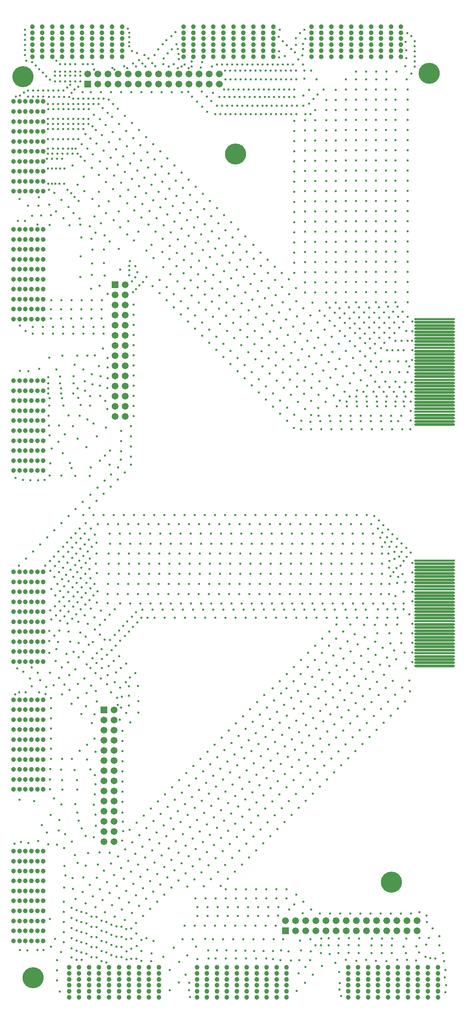
<source format=gts>
%FSLAX23Y23*%
%MOIN*%
G70*
G01*
G75*
G04 Layer_Color=8388736*
%ADD10R,0.394X0.016*%
%ADD11O,0.394X0.016*%
%ADD12C,0.010*%
%ADD13R,0.059X0.059*%
%ADD14C,0.059*%
%ADD15R,0.059X0.059*%
%ADD16C,0.039*%
%ADD17C,0.015*%
%ADD18C,0.200*%
%ADD19C,0.008*%
%ADD20C,0.008*%
%ADD21R,0.402X0.024*%
%ADD22O,0.402X0.024*%
%ADD23R,0.067X0.067*%
%ADD24C,0.067*%
%ADD25R,0.067X0.067*%
%ADD26C,0.047*%
%ADD27C,0.023*%
%ADD28C,0.208*%
D21*
X4200Y6732D02*
D03*
Y6449D02*
D03*
Y6134D02*
D03*
Y5819D02*
D03*
Y3436D02*
D03*
Y3751D02*
D03*
Y4066D02*
D03*
Y4349D02*
D03*
D22*
Y6701D02*
D03*
Y6669D02*
D03*
Y6638D02*
D03*
Y6606D02*
D03*
Y6575D02*
D03*
Y6543D02*
D03*
Y6512D02*
D03*
Y6480D02*
D03*
Y6417D02*
D03*
Y6386D02*
D03*
Y6354D02*
D03*
Y6323D02*
D03*
Y6291D02*
D03*
Y6260D02*
D03*
Y6228D02*
D03*
Y6197D02*
D03*
Y6165D02*
D03*
Y6102D02*
D03*
Y6071D02*
D03*
Y6039D02*
D03*
Y6008D02*
D03*
Y5976D02*
D03*
Y5945D02*
D03*
Y5913D02*
D03*
Y5882D02*
D03*
Y5850D02*
D03*
Y5787D02*
D03*
Y5756D02*
D03*
Y5724D02*
D03*
Y5693D02*
D03*
Y3310D02*
D03*
Y3341D02*
D03*
Y3373D02*
D03*
Y3404D02*
D03*
Y3467D02*
D03*
Y3499D02*
D03*
Y3530D02*
D03*
Y3562D02*
D03*
Y3593D02*
D03*
Y3625D02*
D03*
Y3656D02*
D03*
Y3688D02*
D03*
Y3719D02*
D03*
Y3782D02*
D03*
Y3814D02*
D03*
Y3845D02*
D03*
Y3877D02*
D03*
Y3908D02*
D03*
Y3940D02*
D03*
Y3971D02*
D03*
Y4003D02*
D03*
Y4034D02*
D03*
Y4097D02*
D03*
Y4129D02*
D03*
Y4160D02*
D03*
Y4192D02*
D03*
Y4223D02*
D03*
Y4255D02*
D03*
Y4286D02*
D03*
Y4318D02*
D03*
D23*
X1042Y7071D02*
D03*
X934Y2877D02*
D03*
D24*
X1042Y6971D02*
D03*
Y6871D02*
D03*
Y6771D02*
D03*
Y6671D02*
D03*
Y6571D02*
D03*
Y6471D02*
D03*
Y6371D02*
D03*
Y6271D02*
D03*
Y6171D02*
D03*
Y6071D02*
D03*
Y5971D02*
D03*
Y5871D02*
D03*
Y5771D02*
D03*
X1142Y7071D02*
D03*
Y6971D02*
D03*
Y6871D02*
D03*
Y6771D02*
D03*
Y6671D02*
D03*
Y6571D02*
D03*
Y6471D02*
D03*
Y6371D02*
D03*
Y6271D02*
D03*
Y6171D02*
D03*
Y6071D02*
D03*
Y5971D02*
D03*
Y5871D02*
D03*
Y5771D02*
D03*
X2827Y695D02*
D03*
X2927D02*
D03*
X3027D02*
D03*
X3127D02*
D03*
X3227D02*
D03*
X3327D02*
D03*
X3427D02*
D03*
X3527D02*
D03*
X3627D02*
D03*
X3727D02*
D03*
X3827D02*
D03*
X3927D02*
D03*
X4027D02*
D03*
X2727Y795D02*
D03*
X2827D02*
D03*
X2927D02*
D03*
X3027D02*
D03*
X3127D02*
D03*
X3227D02*
D03*
X3327D02*
D03*
X3427D02*
D03*
X3527D02*
D03*
X3627D02*
D03*
X3727D02*
D03*
X3827D02*
D03*
X3927D02*
D03*
X4027D02*
D03*
X934Y2777D02*
D03*
Y2677D02*
D03*
Y2577D02*
D03*
Y2477D02*
D03*
Y2377D02*
D03*
Y2277D02*
D03*
Y2177D02*
D03*
Y2077D02*
D03*
Y1977D02*
D03*
Y1877D02*
D03*
Y1777D02*
D03*
Y1677D02*
D03*
Y1577D02*
D03*
X1034Y2877D02*
D03*
Y2777D02*
D03*
Y2677D02*
D03*
Y2577D02*
D03*
Y2477D02*
D03*
Y2377D02*
D03*
Y2277D02*
D03*
Y2177D02*
D03*
Y2077D02*
D03*
Y1977D02*
D03*
Y1877D02*
D03*
Y1777D02*
D03*
Y1677D02*
D03*
Y1577D02*
D03*
X873Y9053D02*
D03*
X973D02*
D03*
X1073D02*
D03*
X1173D02*
D03*
X1273D02*
D03*
X1373D02*
D03*
X1473D02*
D03*
X1573D02*
D03*
X1673D02*
D03*
X1773D02*
D03*
X1873D02*
D03*
X1973D02*
D03*
X2073D02*
D03*
X773Y9153D02*
D03*
X873D02*
D03*
X973D02*
D03*
X1073D02*
D03*
X1173D02*
D03*
X1273D02*
D03*
X1373D02*
D03*
X1473D02*
D03*
X1573D02*
D03*
X1673D02*
D03*
X1773D02*
D03*
X1873D02*
D03*
X1973D02*
D03*
X2073D02*
D03*
D25*
X2727Y695D02*
D03*
X773Y9053D02*
D03*
D26*
X3346Y40D02*
D03*
X4232D02*
D03*
X4133D02*
D03*
X4035D02*
D03*
X3937D02*
D03*
X3838D02*
D03*
X3740D02*
D03*
X3641D02*
D03*
X3543D02*
D03*
X3444D02*
D03*
X3346Y217D02*
D03*
X4232D02*
D03*
X4133D02*
D03*
X4035D02*
D03*
X3937D02*
D03*
X3838D02*
D03*
X3740D02*
D03*
X3641D02*
D03*
X3543D02*
D03*
X3444D02*
D03*
X3346Y99D02*
D03*
X4232D02*
D03*
X4133D02*
D03*
X4035D02*
D03*
X3937D02*
D03*
X3838D02*
D03*
X3740D02*
D03*
X3641D02*
D03*
X3543D02*
D03*
X3444D02*
D03*
X3346Y158D02*
D03*
X3444D02*
D03*
X3543D02*
D03*
X3641D02*
D03*
X3740D02*
D03*
X3838D02*
D03*
X3937D02*
D03*
X4035D02*
D03*
X4133D02*
D03*
X4232D02*
D03*
Y276D02*
D03*
X4133D02*
D03*
X4035D02*
D03*
X3937D02*
D03*
X3838D02*
D03*
X3740D02*
D03*
X3641D02*
D03*
X3543D02*
D03*
X3444D02*
D03*
X3346D02*
D03*
Y335D02*
D03*
X3444D02*
D03*
X3543D02*
D03*
X3641D02*
D03*
X3740D02*
D03*
X3838D02*
D03*
X3937D02*
D03*
X4035D02*
D03*
X4133D02*
D03*
X4232D02*
D03*
X1852Y40D02*
D03*
X2738D02*
D03*
X2639D02*
D03*
X2541D02*
D03*
X2443D02*
D03*
X2344D02*
D03*
X2246D02*
D03*
X2147D02*
D03*
X2049D02*
D03*
X1950D02*
D03*
X1852Y217D02*
D03*
X2738D02*
D03*
X2639D02*
D03*
X2541D02*
D03*
X2443D02*
D03*
X2344D02*
D03*
X2246D02*
D03*
X2147D02*
D03*
X2049D02*
D03*
X1950D02*
D03*
X1852Y99D02*
D03*
X2738D02*
D03*
X2639D02*
D03*
X2541D02*
D03*
X2443D02*
D03*
X2344D02*
D03*
X2246D02*
D03*
X2147D02*
D03*
X2049D02*
D03*
X1950D02*
D03*
X1852Y158D02*
D03*
X1950D02*
D03*
X2049D02*
D03*
X2147D02*
D03*
X2246D02*
D03*
X2344D02*
D03*
X2443D02*
D03*
X2541D02*
D03*
X2639D02*
D03*
X2738D02*
D03*
Y276D02*
D03*
X2639D02*
D03*
X2541D02*
D03*
X2443D02*
D03*
X2344D02*
D03*
X2246D02*
D03*
X2147D02*
D03*
X2049D02*
D03*
X1950D02*
D03*
X1852D02*
D03*
Y335D02*
D03*
X1950D02*
D03*
X2049D02*
D03*
X2147D02*
D03*
X2246D02*
D03*
X2344D02*
D03*
X2443D02*
D03*
X2541D02*
D03*
X2639D02*
D03*
X2738D02*
D03*
X590Y40D02*
D03*
X1476D02*
D03*
X1377D02*
D03*
X1279D02*
D03*
X1181D02*
D03*
X1082D02*
D03*
X984D02*
D03*
X885D02*
D03*
X787D02*
D03*
X688D02*
D03*
X590Y217D02*
D03*
X1476D02*
D03*
X1377D02*
D03*
X1279D02*
D03*
X1181D02*
D03*
X1082D02*
D03*
X984D02*
D03*
X885D02*
D03*
X787D02*
D03*
X688D02*
D03*
X590Y99D02*
D03*
X1476D02*
D03*
X1377D02*
D03*
X1279D02*
D03*
X1181D02*
D03*
X1082D02*
D03*
X984D02*
D03*
X885D02*
D03*
X787D02*
D03*
X688D02*
D03*
X590Y158D02*
D03*
X688D02*
D03*
X787D02*
D03*
X885D02*
D03*
X984D02*
D03*
X1082D02*
D03*
X1181D02*
D03*
X1279D02*
D03*
X1377D02*
D03*
X1476D02*
D03*
Y276D02*
D03*
X1377D02*
D03*
X1279D02*
D03*
X1181D02*
D03*
X1082D02*
D03*
X984D02*
D03*
X885D02*
D03*
X787D02*
D03*
X688D02*
D03*
X590D02*
D03*
Y335D02*
D03*
X688D02*
D03*
X787D02*
D03*
X885D02*
D03*
X984D02*
D03*
X1082D02*
D03*
X1181D02*
D03*
X1279D02*
D03*
X1377D02*
D03*
X1476D02*
D03*
X40Y1483D02*
D03*
Y597D02*
D03*
Y695D02*
D03*
Y794D02*
D03*
Y892D02*
D03*
Y991D02*
D03*
Y1089D02*
D03*
Y1188D02*
D03*
Y1286D02*
D03*
Y1384D02*
D03*
X217Y1483D02*
D03*
Y597D02*
D03*
Y695D02*
D03*
Y794D02*
D03*
Y892D02*
D03*
Y991D02*
D03*
Y1089D02*
D03*
Y1188D02*
D03*
Y1286D02*
D03*
Y1384D02*
D03*
X99Y1483D02*
D03*
Y597D02*
D03*
Y695D02*
D03*
Y794D02*
D03*
Y892D02*
D03*
Y991D02*
D03*
Y1089D02*
D03*
Y1188D02*
D03*
Y1286D02*
D03*
Y1384D02*
D03*
X158Y1483D02*
D03*
Y1384D02*
D03*
Y1286D02*
D03*
Y1188D02*
D03*
Y1089D02*
D03*
Y991D02*
D03*
Y892D02*
D03*
Y794D02*
D03*
Y695D02*
D03*
Y597D02*
D03*
X276D02*
D03*
Y695D02*
D03*
Y794D02*
D03*
Y892D02*
D03*
Y991D02*
D03*
Y1089D02*
D03*
Y1188D02*
D03*
Y1286D02*
D03*
Y1384D02*
D03*
Y1483D02*
D03*
X335D02*
D03*
Y1384D02*
D03*
Y1286D02*
D03*
Y1188D02*
D03*
Y1089D02*
D03*
Y991D02*
D03*
Y892D02*
D03*
Y794D02*
D03*
Y695D02*
D03*
Y597D02*
D03*
X40Y2977D02*
D03*
Y2091D02*
D03*
Y2189D02*
D03*
Y2288D02*
D03*
Y2386D02*
D03*
Y2485D02*
D03*
Y2583D02*
D03*
Y2682D02*
D03*
Y2780D02*
D03*
Y2878D02*
D03*
X217Y2977D02*
D03*
Y2091D02*
D03*
Y2189D02*
D03*
Y2288D02*
D03*
Y2386D02*
D03*
Y2485D02*
D03*
Y2583D02*
D03*
Y2682D02*
D03*
Y2780D02*
D03*
Y2878D02*
D03*
X99Y2977D02*
D03*
Y2091D02*
D03*
Y2189D02*
D03*
Y2288D02*
D03*
Y2386D02*
D03*
Y2485D02*
D03*
Y2583D02*
D03*
Y2682D02*
D03*
Y2780D02*
D03*
Y2878D02*
D03*
X158Y2977D02*
D03*
Y2878D02*
D03*
Y2780D02*
D03*
Y2682D02*
D03*
Y2583D02*
D03*
Y2485D02*
D03*
Y2386D02*
D03*
Y2288D02*
D03*
Y2189D02*
D03*
Y2091D02*
D03*
X276D02*
D03*
Y2189D02*
D03*
Y2288D02*
D03*
Y2386D02*
D03*
Y2485D02*
D03*
Y2583D02*
D03*
Y2682D02*
D03*
Y2780D02*
D03*
Y2878D02*
D03*
Y2977D02*
D03*
X335D02*
D03*
Y2878D02*
D03*
Y2780D02*
D03*
Y2682D02*
D03*
Y2583D02*
D03*
Y2485D02*
D03*
Y2386D02*
D03*
Y2288D02*
D03*
Y2189D02*
D03*
Y2091D02*
D03*
X40Y4239D02*
D03*
Y3353D02*
D03*
Y3451D02*
D03*
Y3550D02*
D03*
Y3648D02*
D03*
Y3747D02*
D03*
Y3845D02*
D03*
Y3944D02*
D03*
Y4042D02*
D03*
Y4140D02*
D03*
X217Y4239D02*
D03*
Y3353D02*
D03*
Y3451D02*
D03*
Y3550D02*
D03*
Y3648D02*
D03*
Y3747D02*
D03*
Y3845D02*
D03*
Y3944D02*
D03*
Y4042D02*
D03*
Y4140D02*
D03*
X99Y4239D02*
D03*
Y3353D02*
D03*
Y3451D02*
D03*
Y3550D02*
D03*
Y3648D02*
D03*
Y3747D02*
D03*
Y3845D02*
D03*
Y3944D02*
D03*
Y4042D02*
D03*
Y4140D02*
D03*
X158Y4239D02*
D03*
Y4140D02*
D03*
Y4042D02*
D03*
Y3944D02*
D03*
Y3845D02*
D03*
Y3747D02*
D03*
Y3648D02*
D03*
Y3550D02*
D03*
Y3451D02*
D03*
Y3353D02*
D03*
X276D02*
D03*
Y3451D02*
D03*
Y3550D02*
D03*
Y3648D02*
D03*
Y3747D02*
D03*
Y3845D02*
D03*
Y3944D02*
D03*
Y4042D02*
D03*
Y4140D02*
D03*
Y4239D02*
D03*
X335D02*
D03*
Y4140D02*
D03*
Y4042D02*
D03*
Y3944D02*
D03*
Y3845D02*
D03*
Y3747D02*
D03*
Y3648D02*
D03*
Y3550D02*
D03*
Y3451D02*
D03*
Y3353D02*
D03*
X40Y6125D02*
D03*
Y5239D02*
D03*
Y5337D02*
D03*
Y5436D02*
D03*
Y5534D02*
D03*
Y5633D02*
D03*
Y5731D02*
D03*
Y5830D02*
D03*
Y5928D02*
D03*
Y6026D02*
D03*
X217Y6125D02*
D03*
Y5239D02*
D03*
Y5337D02*
D03*
Y5436D02*
D03*
Y5534D02*
D03*
Y5633D02*
D03*
Y5731D02*
D03*
Y5830D02*
D03*
Y5928D02*
D03*
Y6026D02*
D03*
X99Y6125D02*
D03*
Y5239D02*
D03*
Y5337D02*
D03*
Y5436D02*
D03*
Y5534D02*
D03*
Y5633D02*
D03*
Y5731D02*
D03*
Y5830D02*
D03*
Y5928D02*
D03*
Y6026D02*
D03*
X158Y6125D02*
D03*
Y6026D02*
D03*
Y5928D02*
D03*
Y5830D02*
D03*
Y5731D02*
D03*
Y5633D02*
D03*
Y5534D02*
D03*
Y5436D02*
D03*
Y5337D02*
D03*
Y5239D02*
D03*
X276D02*
D03*
Y5337D02*
D03*
Y5436D02*
D03*
Y5534D02*
D03*
Y5633D02*
D03*
Y5731D02*
D03*
Y5830D02*
D03*
Y5928D02*
D03*
Y6026D02*
D03*
Y6125D02*
D03*
X335D02*
D03*
Y6026D02*
D03*
Y5928D02*
D03*
Y5830D02*
D03*
Y5731D02*
D03*
Y5633D02*
D03*
Y5534D02*
D03*
Y5436D02*
D03*
Y5337D02*
D03*
Y5239D02*
D03*
X40Y7619D02*
D03*
Y6733D02*
D03*
Y6831D02*
D03*
Y6930D02*
D03*
Y7028D02*
D03*
Y7127D02*
D03*
Y7225D02*
D03*
Y7324D02*
D03*
Y7422D02*
D03*
Y7520D02*
D03*
X217Y7619D02*
D03*
Y6733D02*
D03*
Y6831D02*
D03*
Y6930D02*
D03*
Y7028D02*
D03*
Y7127D02*
D03*
Y7225D02*
D03*
Y7324D02*
D03*
Y7422D02*
D03*
Y7520D02*
D03*
X99Y7619D02*
D03*
Y6733D02*
D03*
Y6831D02*
D03*
Y6930D02*
D03*
Y7028D02*
D03*
Y7127D02*
D03*
Y7225D02*
D03*
Y7324D02*
D03*
Y7422D02*
D03*
Y7520D02*
D03*
X158Y7619D02*
D03*
Y7520D02*
D03*
Y7422D02*
D03*
Y7324D02*
D03*
Y7225D02*
D03*
Y7127D02*
D03*
Y7028D02*
D03*
Y6930D02*
D03*
Y6831D02*
D03*
Y6733D02*
D03*
X276D02*
D03*
Y6831D02*
D03*
Y6930D02*
D03*
Y7028D02*
D03*
Y7127D02*
D03*
Y7225D02*
D03*
Y7324D02*
D03*
Y7422D02*
D03*
Y7520D02*
D03*
Y7619D02*
D03*
X335D02*
D03*
Y7520D02*
D03*
Y7422D02*
D03*
Y7324D02*
D03*
Y7225D02*
D03*
Y7127D02*
D03*
Y7028D02*
D03*
Y6930D02*
D03*
Y6831D02*
D03*
Y6733D02*
D03*
X40Y8881D02*
D03*
Y7995D02*
D03*
Y8093D02*
D03*
Y8192D02*
D03*
Y8290D02*
D03*
Y8389D02*
D03*
Y8487D02*
D03*
Y8586D02*
D03*
Y8684D02*
D03*
Y8782D02*
D03*
X217Y8881D02*
D03*
Y7995D02*
D03*
Y8093D02*
D03*
Y8192D02*
D03*
Y8290D02*
D03*
Y8389D02*
D03*
Y8487D02*
D03*
Y8586D02*
D03*
Y8684D02*
D03*
Y8782D02*
D03*
X99Y8881D02*
D03*
Y7995D02*
D03*
Y8093D02*
D03*
Y8192D02*
D03*
Y8290D02*
D03*
Y8389D02*
D03*
Y8487D02*
D03*
Y8586D02*
D03*
Y8684D02*
D03*
Y8782D02*
D03*
X158Y8881D02*
D03*
Y8782D02*
D03*
Y8684D02*
D03*
Y8586D02*
D03*
Y8487D02*
D03*
Y8389D02*
D03*
Y8290D02*
D03*
Y8192D02*
D03*
Y8093D02*
D03*
Y7995D02*
D03*
X276D02*
D03*
Y8093D02*
D03*
Y8192D02*
D03*
Y8290D02*
D03*
Y8389D02*
D03*
Y8487D02*
D03*
Y8586D02*
D03*
Y8684D02*
D03*
Y8782D02*
D03*
Y8881D02*
D03*
X335D02*
D03*
Y8782D02*
D03*
Y8684D02*
D03*
Y8586D02*
D03*
Y8487D02*
D03*
Y8389D02*
D03*
Y8290D02*
D03*
Y8192D02*
D03*
Y8093D02*
D03*
Y7995D02*
D03*
X1112Y9619D02*
D03*
X226D02*
D03*
X324D02*
D03*
X423D02*
D03*
X521D02*
D03*
X620D02*
D03*
X718D02*
D03*
X817D02*
D03*
X915D02*
D03*
X1013D02*
D03*
X1112Y9442D02*
D03*
X226D02*
D03*
X324D02*
D03*
X423D02*
D03*
X521D02*
D03*
X620D02*
D03*
X718D02*
D03*
X817D02*
D03*
X915D02*
D03*
X1013D02*
D03*
X1112Y9560D02*
D03*
X226D02*
D03*
X324D02*
D03*
X423D02*
D03*
X521D02*
D03*
X620D02*
D03*
X718D02*
D03*
X817D02*
D03*
X915D02*
D03*
X1013D02*
D03*
X1112Y9501D02*
D03*
X1013D02*
D03*
X915D02*
D03*
X817D02*
D03*
X718D02*
D03*
X620D02*
D03*
X521D02*
D03*
X423D02*
D03*
X324D02*
D03*
X226D02*
D03*
Y9383D02*
D03*
X324D02*
D03*
X423D02*
D03*
X521D02*
D03*
X620D02*
D03*
X718D02*
D03*
X817D02*
D03*
X915D02*
D03*
X1013D02*
D03*
X1112D02*
D03*
Y9324D02*
D03*
X1013D02*
D03*
X915D02*
D03*
X817D02*
D03*
X718D02*
D03*
X620D02*
D03*
X521D02*
D03*
X423D02*
D03*
X324D02*
D03*
X226D02*
D03*
X2606Y9619D02*
D03*
X1720D02*
D03*
X1818D02*
D03*
X1917D02*
D03*
X2015D02*
D03*
X2114D02*
D03*
X2212D02*
D03*
X2311D02*
D03*
X2409D02*
D03*
X2507D02*
D03*
X2606Y9442D02*
D03*
X1720D02*
D03*
X1818D02*
D03*
X1917D02*
D03*
X2015D02*
D03*
X2114D02*
D03*
X2212D02*
D03*
X2311D02*
D03*
X2409D02*
D03*
X2507D02*
D03*
X2606Y9560D02*
D03*
X1720D02*
D03*
X1818D02*
D03*
X1917D02*
D03*
X2015D02*
D03*
X2114D02*
D03*
X2212D02*
D03*
X2311D02*
D03*
X2409D02*
D03*
X2507D02*
D03*
X2606Y9501D02*
D03*
X2507D02*
D03*
X2409D02*
D03*
X2311D02*
D03*
X2212D02*
D03*
X2114D02*
D03*
X2015D02*
D03*
X1917D02*
D03*
X1818D02*
D03*
X1720D02*
D03*
Y9383D02*
D03*
X1818D02*
D03*
X1917D02*
D03*
X2015D02*
D03*
X2114D02*
D03*
X2212D02*
D03*
X2311D02*
D03*
X2409D02*
D03*
X2507D02*
D03*
X2606D02*
D03*
Y9324D02*
D03*
X2507D02*
D03*
X2409D02*
D03*
X2311D02*
D03*
X2212D02*
D03*
X2114D02*
D03*
X2015D02*
D03*
X1917D02*
D03*
X1818D02*
D03*
X1720D02*
D03*
X3868Y9619D02*
D03*
X2982D02*
D03*
X3080D02*
D03*
X3179D02*
D03*
X3277D02*
D03*
X3376D02*
D03*
X3474D02*
D03*
X3573D02*
D03*
X3671D02*
D03*
X3769D02*
D03*
X3868Y9442D02*
D03*
X2982D02*
D03*
X3080D02*
D03*
X3179D02*
D03*
X3277D02*
D03*
X3376D02*
D03*
X3474D02*
D03*
X3573D02*
D03*
X3671D02*
D03*
X3769D02*
D03*
X3868Y9560D02*
D03*
X2982D02*
D03*
X3080D02*
D03*
X3179D02*
D03*
X3277D02*
D03*
X3376D02*
D03*
X3474D02*
D03*
X3573D02*
D03*
X3671D02*
D03*
X3769D02*
D03*
X3868Y9501D02*
D03*
X3769D02*
D03*
X3671D02*
D03*
X3573D02*
D03*
X3474D02*
D03*
X3376D02*
D03*
X3277D02*
D03*
X3179D02*
D03*
X3080D02*
D03*
X2982D02*
D03*
Y9383D02*
D03*
X3080D02*
D03*
X3179D02*
D03*
X3277D02*
D03*
X3376D02*
D03*
X3474D02*
D03*
X3573D02*
D03*
X3671D02*
D03*
X3769D02*
D03*
X3868D02*
D03*
Y9324D02*
D03*
X3769D02*
D03*
X3671D02*
D03*
X3573D02*
D03*
X3474D02*
D03*
X3376D02*
D03*
X3277D02*
D03*
X3179D02*
D03*
X3080D02*
D03*
X2982D02*
D03*
D27*
X838Y9197D02*
D03*
X3911Y4137D02*
D03*
X3895Y4042D02*
D03*
X3855Y6063D02*
D03*
X3755D02*
D03*
X3655D02*
D03*
X3498Y6016D02*
D03*
X3598D02*
D03*
X3698D02*
D03*
X3798D02*
D03*
X3898D02*
D03*
X3913Y5969D02*
D03*
X3427Y5968D02*
D03*
X3527D02*
D03*
X3627D02*
D03*
X3727D02*
D03*
X3827D02*
D03*
X3633Y5874D02*
D03*
X3533D02*
D03*
X3433D02*
D03*
X3333D02*
D03*
X3233D02*
D03*
X3719Y5873D02*
D03*
X3815D02*
D03*
X3899D02*
D03*
X1115Y1587D02*
D03*
X1092Y7221D02*
D03*
X401Y813D02*
D03*
X1782Y42D02*
D03*
X4307Y88D02*
D03*
X4312Y158D02*
D03*
X4300Y235D02*
D03*
X4306Y309D02*
D03*
X4295Y395D02*
D03*
X4284Y476D02*
D03*
X4248Y553D02*
D03*
X4246Y643D02*
D03*
X4181Y720D02*
D03*
X4050Y879D02*
D03*
X4121Y846D02*
D03*
X4123Y781D02*
D03*
X2536Y422D02*
D03*
X2436D02*
D03*
X2336D02*
D03*
X2236D02*
D03*
X2136D02*
D03*
X2036D02*
D03*
X2605Y417D02*
D03*
X2684Y503D02*
D03*
X2603Y495D02*
D03*
X2510Y496D02*
D03*
X2417Y497D02*
D03*
X2331Y499D02*
D03*
X2238Y500D02*
D03*
X2142Y503D02*
D03*
X2049Y504D02*
D03*
X1967Y423D02*
D03*
X1964Y502D02*
D03*
X1858Y417D02*
D03*
X1775Y109D02*
D03*
X1776Y181D02*
D03*
X1741Y261D02*
D03*
X1672Y185D02*
D03*
X1583Y110D02*
D03*
X1845Y538D02*
D03*
X1758Y454D02*
D03*
X1676Y388D02*
D03*
X1585Y309D02*
D03*
X1519Y439D02*
D03*
X1624Y528D02*
D03*
X2702Y612D02*
D03*
X2631Y745D02*
D03*
X2531D02*
D03*
X2431D02*
D03*
X2331D02*
D03*
X2231D02*
D03*
X2131D02*
D03*
X2031D02*
D03*
X1931D02*
D03*
X1831D02*
D03*
X1731D02*
D03*
X2655Y845D02*
D03*
X2557Y844D02*
D03*
X2457D02*
D03*
X2357D02*
D03*
X2257D02*
D03*
X2157D02*
D03*
X2057D02*
D03*
X1957D02*
D03*
X1857D02*
D03*
X625Y8250D02*
D03*
X1175Y7700D02*
D03*
X980Y7895D02*
D03*
X1405Y7465D02*
D03*
X1275Y7595D02*
D03*
X1080Y7795D02*
D03*
X735Y8140D02*
D03*
X885Y7990D02*
D03*
X1230Y7510D02*
D03*
X1165Y7570D02*
D03*
X1095Y7640D02*
D03*
X1030Y7710D02*
D03*
X955Y7780D02*
D03*
X885Y7850D02*
D03*
X820Y7920D02*
D03*
X740Y7995D02*
D03*
X675Y8060D02*
D03*
X700Y7665D02*
D03*
X915Y6920D02*
D03*
X815D02*
D03*
X715D02*
D03*
X615D02*
D03*
X515D02*
D03*
X415D02*
D03*
X595Y7660D02*
D03*
X910Y6830D02*
D03*
X810D02*
D03*
X710D02*
D03*
X610D02*
D03*
X510D02*
D03*
X410D02*
D03*
X535Y7730D02*
D03*
X910Y6740D02*
D03*
X810D02*
D03*
X710D02*
D03*
X610D02*
D03*
X510D02*
D03*
X410D02*
D03*
X105Y6670D02*
D03*
X160Y6615D02*
D03*
X930Y6590D02*
D03*
X830D02*
D03*
X730D02*
D03*
X930Y6655D02*
D03*
X830D02*
D03*
X730D02*
D03*
X630Y6590D02*
D03*
X530D02*
D03*
X430D02*
D03*
X330D02*
D03*
X230D02*
D03*
X630Y6655D02*
D03*
X530D02*
D03*
X430D02*
D03*
X330D02*
D03*
X230D02*
D03*
X895Y5335D02*
D03*
X945Y5385D02*
D03*
X1105Y5630D02*
D03*
Y5530D02*
D03*
Y5430D02*
D03*
X995Y5435D02*
D03*
X1200Y5675D02*
D03*
Y5575D02*
D03*
Y5475D02*
D03*
Y5375D02*
D03*
X1100Y5345D02*
D03*
X1075Y5270D02*
D03*
X1005Y5200D02*
D03*
X940Y5140D02*
D03*
X870Y5070D02*
D03*
X800Y5000D02*
D03*
X1200Y5295D02*
D03*
X1140Y5220D02*
D03*
X1070Y5150D02*
D03*
X1000Y5080D02*
D03*
X930Y5010D02*
D03*
X860Y4940D02*
D03*
X790Y4870D02*
D03*
X725Y4930D02*
D03*
X655Y4860D02*
D03*
X585Y4790D02*
D03*
X515Y4720D02*
D03*
X445Y4650D02*
D03*
X375Y4580D02*
D03*
X305Y4510D02*
D03*
X235Y4440D02*
D03*
X165Y4370D02*
D03*
X95Y4300D02*
D03*
X755Y4720D02*
D03*
X805Y4665D02*
D03*
X845Y4605D02*
D03*
X860Y4525D02*
D03*
Y4420D02*
D03*
X865Y4225D02*
D03*
X855Y4320D02*
D03*
X405Y3860D02*
D03*
X415Y4070D02*
D03*
Y3770D02*
D03*
X495Y3660D02*
D03*
X445Y3610D02*
D03*
X395Y3555D02*
D03*
X465Y3475D02*
D03*
X395Y3440D02*
D03*
X685Y3395D02*
D03*
X635Y3450D02*
D03*
X730D02*
D03*
X940Y3570D02*
D03*
X895Y3620D02*
D03*
Y3715D02*
D03*
X845Y3670D02*
D03*
X945Y3765D02*
D03*
X990Y3815D02*
D03*
X1040Y3870D02*
D03*
X980Y8900D02*
D03*
X930Y8910D02*
D03*
X880D02*
D03*
X830D02*
D03*
X780D02*
D03*
X730D02*
D03*
X680D02*
D03*
X630D02*
D03*
X65Y8930D02*
D03*
X105Y8940D02*
D03*
X145Y8970D02*
D03*
X400Y9095D02*
D03*
X365Y9130D02*
D03*
X330Y9165D02*
D03*
X295Y9200D02*
D03*
X260Y9235D02*
D03*
X225Y9270D02*
D03*
X600Y9045D02*
D03*
X570Y9020D02*
D03*
X535Y8990D02*
D03*
X485D02*
D03*
X435D02*
D03*
X385D02*
D03*
X335D02*
D03*
X285D02*
D03*
X235D02*
D03*
X185D02*
D03*
X680Y9025D02*
D03*
X645Y9000D02*
D03*
X615Y8965D02*
D03*
X590Y8925D02*
D03*
X540D02*
D03*
X490D02*
D03*
X440D02*
D03*
X390D02*
D03*
X335Y8930D02*
D03*
X285D02*
D03*
X235D02*
D03*
X185D02*
D03*
X700Y9080D02*
D03*
X650D02*
D03*
X600D02*
D03*
X550D02*
D03*
X500D02*
D03*
X450D02*
D03*
X2455Y9245D02*
D03*
X3915Y9470D02*
D03*
X3920Y9385D02*
D03*
Y9310D02*
D03*
X2620Y7250D02*
D03*
X2550Y7320D02*
D03*
X2330Y7550D02*
D03*
X2260Y7620D02*
D03*
X2190Y7690D02*
D03*
X2120Y7760D02*
D03*
X2050Y7830D02*
D03*
X1980Y7900D02*
D03*
X1910Y7970D02*
D03*
X1840Y8040D02*
D03*
X1770Y8110D02*
D03*
X1700Y8180D02*
D03*
X1630Y8250D02*
D03*
X1560Y8320D02*
D03*
X1490Y8390D02*
D03*
X1420Y8460D02*
D03*
X1350Y8530D02*
D03*
X1280Y8600D02*
D03*
X1210Y8670D02*
D03*
X1140Y8740D02*
D03*
X1070Y8810D02*
D03*
X1025Y8855D02*
D03*
X2410Y7465D02*
D03*
X2480Y7390D02*
D03*
X2690Y7190D02*
D03*
X2815D02*
D03*
Y7290D02*
D03*
Y7390D02*
D03*
Y7490D02*
D03*
Y7590D02*
D03*
Y7690D02*
D03*
Y7790D02*
D03*
Y7890D02*
D03*
Y7990D02*
D03*
Y8090D02*
D03*
Y8190D02*
D03*
Y8290D02*
D03*
Y8390D02*
D03*
Y8490D02*
D03*
Y8590D02*
D03*
Y8690D02*
D03*
X2760Y7125D02*
D03*
X2830Y7040D02*
D03*
X2920Y6995D02*
D03*
Y7095D02*
D03*
Y7195D02*
D03*
Y7295D02*
D03*
Y7395D02*
D03*
Y7495D02*
D03*
Y7595D02*
D03*
Y7695D02*
D03*
Y7795D02*
D03*
Y7895D02*
D03*
Y7995D02*
D03*
Y8095D02*
D03*
Y8195D02*
D03*
Y8295D02*
D03*
Y8395D02*
D03*
Y8495D02*
D03*
Y8595D02*
D03*
Y8695D02*
D03*
X3950Y6265D02*
D03*
X3920Y6315D02*
D03*
X3840D02*
D03*
X3755D02*
D03*
X3670D02*
D03*
X3935Y6210D02*
D03*
X3850D02*
D03*
X3760D02*
D03*
X3680D02*
D03*
X3625Y6260D02*
D03*
X3570Y6315D02*
D03*
X3535Y6075D02*
D03*
X3570Y6175D02*
D03*
X3910Y6110D02*
D03*
X3815Y6115D02*
D03*
X3715D02*
D03*
X3615D02*
D03*
X3840Y5725D02*
D03*
X3895Y5920D02*
D03*
X3815D02*
D03*
X3720D02*
D03*
X3630D02*
D03*
X3530D02*
D03*
X3430D02*
D03*
X3330D02*
D03*
X3770Y5725D02*
D03*
X3670D02*
D03*
X3570D02*
D03*
X3470D02*
D03*
X3370D02*
D03*
X3270D02*
D03*
X3170D02*
D03*
X3070D02*
D03*
X3960Y5645D02*
D03*
X3880D02*
D03*
X3780D02*
D03*
X3680D02*
D03*
X3580D02*
D03*
X3480D02*
D03*
X3380D02*
D03*
X3280D02*
D03*
X3180D02*
D03*
X3080D02*
D03*
X2980D02*
D03*
X2880D02*
D03*
X2810Y5660D02*
D03*
X2745Y5730D02*
D03*
X2675Y5800D02*
D03*
X2605Y5870D02*
D03*
X2535Y5940D02*
D03*
X2465Y6010D02*
D03*
X2395Y6080D02*
D03*
X2325Y6150D02*
D03*
X2255Y6220D02*
D03*
X2185Y6290D02*
D03*
X2115Y6360D02*
D03*
X2045Y6430D02*
D03*
X1975Y6500D02*
D03*
X1905Y6570D02*
D03*
X1835Y6640D02*
D03*
X1765Y6710D02*
D03*
X1695Y6780D02*
D03*
X1625Y6850D02*
D03*
X1555Y6920D02*
D03*
X1485Y6990D02*
D03*
X1415Y7060D02*
D03*
X2975Y5720D02*
D03*
X2885Y5730D02*
D03*
X2815Y5790D02*
D03*
X2745Y5860D02*
D03*
X2675Y5930D02*
D03*
X2605Y6000D02*
D03*
X2535Y6070D02*
D03*
X2465Y6140D02*
D03*
X2395Y6210D02*
D03*
X2325Y6280D02*
D03*
X2255Y6350D02*
D03*
X2185Y6420D02*
D03*
X2115Y6490D02*
D03*
X2045Y6560D02*
D03*
X1975Y6630D02*
D03*
X1905Y6700D02*
D03*
X1835Y6770D02*
D03*
X1765Y6840D02*
D03*
X1695Y6910D02*
D03*
X1625Y6980D02*
D03*
X1555Y7050D02*
D03*
X1485Y7120D02*
D03*
X3870Y5780D02*
D03*
X3770D02*
D03*
X3670D02*
D03*
X3570D02*
D03*
X2980Y5785D02*
D03*
X2920Y5845D02*
D03*
X2850Y5915D02*
D03*
X2780Y5985D02*
D03*
X2710Y6055D02*
D03*
X2640Y6125D02*
D03*
X2570Y6195D02*
D03*
X2500Y6265D02*
D03*
X2430Y6335D02*
D03*
X2360Y6405D02*
D03*
X2290Y6475D02*
D03*
X2220Y6545D02*
D03*
X2150Y6615D02*
D03*
X2080Y6685D02*
D03*
X2010Y6755D02*
D03*
X1940Y6825D02*
D03*
X1870Y6895D02*
D03*
X1800Y6965D02*
D03*
X1730Y7035D02*
D03*
X1660Y7105D02*
D03*
X1590Y7175D02*
D03*
X1520Y7245D02*
D03*
X1425Y7335D02*
D03*
X1355Y7410D02*
D03*
X3470Y5780D02*
D03*
X3370D02*
D03*
X3270D02*
D03*
X3055D02*
D03*
X3160D02*
D03*
X3050Y5855D02*
D03*
X2980Y5925D02*
D03*
X2910Y5995D02*
D03*
X2840Y6065D02*
D03*
X2770Y6135D02*
D03*
X2700Y6205D02*
D03*
X2630Y6275D02*
D03*
X2560Y6345D02*
D03*
X2490Y6415D02*
D03*
X2420Y6485D02*
D03*
X2350Y6555D02*
D03*
X2280Y6625D02*
D03*
X2210Y6695D02*
D03*
X2140Y6765D02*
D03*
X2070Y6835D02*
D03*
X2000Y6905D02*
D03*
X1930Y6975D02*
D03*
X1860Y7045D02*
D03*
X1790Y7115D02*
D03*
X1720Y7185D02*
D03*
X1650Y7255D02*
D03*
X1580Y7325D02*
D03*
X1510Y7395D02*
D03*
X3125Y5915D02*
D03*
X3055Y5985D02*
D03*
X2985Y6055D02*
D03*
X2915Y6125D02*
D03*
X2845Y6195D02*
D03*
X2775Y6265D02*
D03*
X2705Y6335D02*
D03*
X2635Y6405D02*
D03*
X2565Y6475D02*
D03*
X2495Y6545D02*
D03*
X2425Y6615D02*
D03*
X2355Y6685D02*
D03*
X2285Y6755D02*
D03*
X2215Y6825D02*
D03*
X2145Y6895D02*
D03*
X2075Y6965D02*
D03*
X2005Y7035D02*
D03*
X1935Y7105D02*
D03*
X1865Y7175D02*
D03*
X1795Y7245D02*
D03*
X1725Y7315D02*
D03*
X1655Y7385D02*
D03*
X1585Y7455D02*
D03*
X1515Y7525D02*
D03*
X1445Y7595D02*
D03*
X1375Y7665D02*
D03*
X1305Y7735D02*
D03*
X1235Y7805D02*
D03*
X1165Y7875D02*
D03*
X1095Y7945D02*
D03*
X1025Y8015D02*
D03*
X955Y8085D02*
D03*
X885Y8155D02*
D03*
X815Y8225D02*
D03*
X745Y8295D02*
D03*
X3265Y5930D02*
D03*
X3205Y5980D02*
D03*
X3135Y6050D02*
D03*
X3065Y6120D02*
D03*
X2995Y6190D02*
D03*
X2925Y6260D02*
D03*
X2855Y6330D02*
D03*
X2785Y6400D02*
D03*
X2715Y6470D02*
D03*
X2645Y6540D02*
D03*
X2575Y6610D02*
D03*
X2505Y6680D02*
D03*
X2435Y6750D02*
D03*
X2365Y6820D02*
D03*
X2295Y6890D02*
D03*
X2225Y6960D02*
D03*
X2155Y7030D02*
D03*
X2085Y7100D02*
D03*
X2015Y7170D02*
D03*
X1945Y7240D02*
D03*
X1875Y7310D02*
D03*
X1805Y7380D02*
D03*
X1735Y7450D02*
D03*
X1665Y7520D02*
D03*
X1595Y7590D02*
D03*
X1525Y7660D02*
D03*
X1455Y7730D02*
D03*
X1385Y7800D02*
D03*
X1315Y7870D02*
D03*
X1245Y7940D02*
D03*
X1175Y8010D02*
D03*
X1105Y8080D02*
D03*
X1035Y8150D02*
D03*
X965Y8220D02*
D03*
X895Y8290D02*
D03*
X825Y8360D02*
D03*
X770Y8415D02*
D03*
X3360Y5970D02*
D03*
X3310Y6015D02*
D03*
X3240Y6085D02*
D03*
X3170Y6155D02*
D03*
X3100Y6225D02*
D03*
X3030Y6295D02*
D03*
X2960Y6365D02*
D03*
X2890Y6435D02*
D03*
X2820Y6505D02*
D03*
X2750Y6575D02*
D03*
X2680Y6645D02*
D03*
X2610Y6715D02*
D03*
X2540Y6785D02*
D03*
X2470Y6855D02*
D03*
X2400Y6925D02*
D03*
X2330Y6995D02*
D03*
X2260Y7065D02*
D03*
X2190Y7135D02*
D03*
X2120Y7205D02*
D03*
X2050Y7275D02*
D03*
X1980Y7345D02*
D03*
X1910Y7415D02*
D03*
X1840Y7485D02*
D03*
X1770Y7555D02*
D03*
X1700Y7625D02*
D03*
X1630Y7695D02*
D03*
X1560Y7765D02*
D03*
X1490Y7835D02*
D03*
X1420Y7905D02*
D03*
X1350Y7975D02*
D03*
X1280Y8045D02*
D03*
X1210Y8115D02*
D03*
X1140Y8185D02*
D03*
X1070Y8255D02*
D03*
X1000Y8325D02*
D03*
X930Y8395D02*
D03*
X860Y8465D02*
D03*
X800Y8515D02*
D03*
X3435Y6030D02*
D03*
X3365Y6100D02*
D03*
X3295Y6170D02*
D03*
X3225Y6240D02*
D03*
X3155Y6310D02*
D03*
X3085Y6380D02*
D03*
X3015Y6450D02*
D03*
X2945Y6520D02*
D03*
X2875Y6590D02*
D03*
X2805Y6660D02*
D03*
X2735Y6730D02*
D03*
X2665Y6800D02*
D03*
X2595Y6870D02*
D03*
X2525Y6940D02*
D03*
X2455Y7010D02*
D03*
X2385Y7080D02*
D03*
X2315Y7150D02*
D03*
X2245Y7220D02*
D03*
X2175Y7290D02*
D03*
X2105Y7360D02*
D03*
X2035Y7430D02*
D03*
X1965Y7500D02*
D03*
X1895Y7570D02*
D03*
X1825Y7640D02*
D03*
X1755Y7710D02*
D03*
X1685Y7780D02*
D03*
X1615Y7850D02*
D03*
X1545Y7920D02*
D03*
X1475Y7990D02*
D03*
X1405Y8060D02*
D03*
X1335Y8130D02*
D03*
X1265Y8200D02*
D03*
X1195Y8270D02*
D03*
X1125Y8340D02*
D03*
X1055Y8410D02*
D03*
X985Y8480D02*
D03*
X915Y8550D02*
D03*
X855Y8600D02*
D03*
X3470Y6130D02*
D03*
X3400Y6200D02*
D03*
X3330Y6270D02*
D03*
X3260Y6340D02*
D03*
X3190Y6410D02*
D03*
X3120Y6480D02*
D03*
X3050Y6550D02*
D03*
X2980Y6620D02*
D03*
X2910Y6690D02*
D03*
X2840Y6760D02*
D03*
X2770Y6830D02*
D03*
X2700Y6900D02*
D03*
X2630Y6970D02*
D03*
X2560Y7040D02*
D03*
X2490Y7110D02*
D03*
X2420Y7180D02*
D03*
X2350Y7250D02*
D03*
X2280Y7320D02*
D03*
X2210Y7390D02*
D03*
X2140Y7460D02*
D03*
X2070Y7530D02*
D03*
X2000Y7600D02*
D03*
X1930Y7670D02*
D03*
X1860Y7740D02*
D03*
X1790Y7810D02*
D03*
X1720Y7880D02*
D03*
X1650Y7950D02*
D03*
X1580Y8020D02*
D03*
X1510Y8090D02*
D03*
X1440Y8160D02*
D03*
X1370Y8230D02*
D03*
X1300Y8300D02*
D03*
X1230Y8370D02*
D03*
X1160Y8440D02*
D03*
X1090Y8510D02*
D03*
X1020Y8580D02*
D03*
X950Y8650D02*
D03*
X895Y8705D02*
D03*
X3515Y6225D02*
D03*
X3465Y6280D02*
D03*
X3395Y6350D02*
D03*
X3325Y6420D02*
D03*
X3255Y6490D02*
D03*
X3185Y6560D02*
D03*
X3115Y6630D02*
D03*
X3045Y6700D02*
D03*
X2975Y6770D02*
D03*
X2905Y6840D02*
D03*
X2835Y6910D02*
D03*
X2765Y6980D02*
D03*
X2695Y7050D02*
D03*
X2625Y7120D02*
D03*
X2555Y7190D02*
D03*
X2485Y7260D02*
D03*
X2415Y7330D02*
D03*
X2345Y7400D02*
D03*
X2275Y7470D02*
D03*
X2205Y7540D02*
D03*
X2135Y7610D02*
D03*
X2065Y7680D02*
D03*
X1995Y7750D02*
D03*
X1925Y7820D02*
D03*
X1855Y7890D02*
D03*
X1785Y7960D02*
D03*
X1715Y8030D02*
D03*
X1645Y8100D02*
D03*
X1575Y8170D02*
D03*
X1505Y8240D02*
D03*
X1435Y8310D02*
D03*
X1365Y8380D02*
D03*
X1295Y8450D02*
D03*
X1225Y8520D02*
D03*
X1155Y8590D02*
D03*
X1085Y8660D02*
D03*
X1015Y8730D02*
D03*
X970Y8770D02*
D03*
X3840Y6425D02*
D03*
X3895D02*
D03*
X3935Y6755D02*
D03*
X3885Y6805D02*
D03*
X3835Y6855D02*
D03*
X3785Y6425D02*
D03*
X3890Y6705D02*
D03*
X3840Y6755D02*
D03*
X3790Y6805D02*
D03*
X3740Y6855D02*
D03*
X3730Y6425D02*
D03*
X3850Y6650D02*
D03*
X3800Y6700D02*
D03*
X3750Y6750D02*
D03*
X3700Y6800D02*
D03*
X3650Y6850D02*
D03*
X3920Y6615D02*
D03*
X3935Y6520D02*
D03*
X3805Y6595D02*
D03*
X3755Y6645D02*
D03*
X3705Y6695D02*
D03*
X3655Y6745D02*
D03*
X3605Y6795D02*
D03*
X3555Y6845D02*
D03*
X3875Y6520D02*
D03*
X3815D02*
D03*
X3755Y6550D02*
D03*
X3705Y6600D02*
D03*
X3655Y6650D02*
D03*
X3605Y6700D02*
D03*
X3555Y6750D02*
D03*
X3505Y6800D02*
D03*
X3455Y6850D02*
D03*
X3670Y6445D02*
D03*
X3705Y6500D02*
D03*
X3655Y6550D02*
D03*
X3605Y6600D02*
D03*
X3555Y6650D02*
D03*
X3505Y6700D02*
D03*
X3455Y6750D02*
D03*
X3405Y6800D02*
D03*
X3355Y6850D02*
D03*
X3610Y6490D02*
D03*
X3560Y6540D02*
D03*
X3510Y6590D02*
D03*
X3460Y6640D02*
D03*
X3410Y6690D02*
D03*
X3360Y6740D02*
D03*
X3310Y6790D02*
D03*
X3260Y6840D02*
D03*
X3615Y6395D02*
D03*
X3565Y6445D02*
D03*
X3515Y6495D02*
D03*
X3465Y6545D02*
D03*
X3415Y6595D02*
D03*
X3365Y6645D02*
D03*
X3315Y6695D02*
D03*
X3265Y6745D02*
D03*
X3215Y6795D02*
D03*
X3165Y6845D02*
D03*
X3515Y6365D02*
D03*
X3465Y6415D02*
D03*
X3415Y6465D02*
D03*
X3365Y6515D02*
D03*
X3315Y6565D02*
D03*
X3265Y6615D02*
D03*
X3215Y6665D02*
D03*
X3165Y6715D02*
D03*
X3115Y6765D02*
D03*
X3065Y6815D02*
D03*
X3935Y9000D02*
D03*
Y8900D02*
D03*
Y8800D02*
D03*
Y8700D02*
D03*
Y8600D02*
D03*
Y8500D02*
D03*
Y8400D02*
D03*
Y8300D02*
D03*
Y8200D02*
D03*
Y8100D02*
D03*
Y8000D02*
D03*
Y7900D02*
D03*
Y7800D02*
D03*
Y7700D02*
D03*
Y7600D02*
D03*
Y7500D02*
D03*
Y7400D02*
D03*
Y7300D02*
D03*
Y7200D02*
D03*
Y7100D02*
D03*
Y7000D02*
D03*
Y6900D02*
D03*
X3910Y9230D02*
D03*
X3970Y9155D02*
D03*
X3825Y9175D02*
D03*
X3725D02*
D03*
X3625D02*
D03*
X3525D02*
D03*
X3425D02*
D03*
X3925Y9100D02*
D03*
X3725D02*
D03*
X3625D02*
D03*
X3525D02*
D03*
X3425D02*
D03*
X3325D02*
D03*
X3035D02*
D03*
X2915Y9105D02*
D03*
X2835Y9100D02*
D03*
X2785D02*
D03*
X2735D02*
D03*
X2685D02*
D03*
X2635D02*
D03*
X2585D02*
D03*
X2535D02*
D03*
X2485D02*
D03*
X2435D02*
D03*
X2385D02*
D03*
X2335D02*
D03*
X2285D02*
D03*
X2235D02*
D03*
X2185D02*
D03*
X2135D02*
D03*
X2980Y9185D02*
D03*
X2915D02*
D03*
X2830D02*
D03*
X2780D02*
D03*
X2730D02*
D03*
X2680D02*
D03*
X2630D02*
D03*
X2580D02*
D03*
X2530D02*
D03*
X2480D02*
D03*
X2430D02*
D03*
X2380D02*
D03*
X2330D02*
D03*
X2280D02*
D03*
X2230D02*
D03*
X2180D02*
D03*
X2130D02*
D03*
X2815Y9000D02*
D03*
X2765D02*
D03*
X2715D02*
D03*
X2665D02*
D03*
X2615D02*
D03*
X2565D02*
D03*
X2515D02*
D03*
X2465D02*
D03*
X2415D02*
D03*
X2365D02*
D03*
X2315D02*
D03*
X2265D02*
D03*
X2215D02*
D03*
X2165D02*
D03*
X2010Y8965D02*
D03*
X1995Y8885D02*
D03*
X1950Y8930D02*
D03*
X1900Y8980D02*
D03*
X2120Y9000D02*
D03*
X1955Y8780D02*
D03*
X1905Y8830D02*
D03*
X1855Y8880D02*
D03*
X1805Y8930D02*
D03*
X1766Y8975D02*
D03*
X2975Y8755D02*
D03*
X2925D02*
D03*
X2835D02*
D03*
X2785D02*
D03*
X2735D02*
D03*
X2685D02*
D03*
X2635D02*
D03*
X2585D02*
D03*
X2535D02*
D03*
X2485D02*
D03*
X2435D02*
D03*
X2385D02*
D03*
X2335D02*
D03*
X2285D02*
D03*
X2235D02*
D03*
X2185D02*
D03*
X2135D02*
D03*
X2085D02*
D03*
X2035D02*
D03*
X2905Y8940D02*
D03*
X2960Y8995D02*
D03*
X2815Y8925D02*
D03*
X2765D02*
D03*
X2715D02*
D03*
X2665D02*
D03*
X2615D02*
D03*
X2565D02*
D03*
X2905Y8840D02*
D03*
X2840D02*
D03*
X2790D02*
D03*
X2740D02*
D03*
X2690D02*
D03*
X2640D02*
D03*
X2590D02*
D03*
X2540D02*
D03*
X2525Y8925D02*
D03*
X2475D02*
D03*
X2425D02*
D03*
X2375D02*
D03*
X2325D02*
D03*
X2275D02*
D03*
X2225D02*
D03*
X2175D02*
D03*
X2125D02*
D03*
X2075D02*
D03*
X2500Y8840D02*
D03*
X2450D02*
D03*
X2400D02*
D03*
X2350D02*
D03*
X2300D02*
D03*
X2250D02*
D03*
X2200D02*
D03*
X2150D02*
D03*
X2100D02*
D03*
X2050D02*
D03*
X2960Y8860D02*
D03*
X3045Y8950D02*
D03*
X3005Y8905D02*
D03*
X3020Y8795D02*
D03*
Y8695D02*
D03*
Y8595D02*
D03*
Y8495D02*
D03*
Y8395D02*
D03*
Y8295D02*
D03*
Y8195D02*
D03*
Y8095D02*
D03*
Y7995D02*
D03*
Y7895D02*
D03*
Y7795D02*
D03*
Y7695D02*
D03*
Y7595D02*
D03*
Y7495D02*
D03*
Y7395D02*
D03*
Y7295D02*
D03*
Y7195D02*
D03*
Y7095D02*
D03*
Y6995D02*
D03*
X2995Y6895D02*
D03*
X3105Y9000D02*
D03*
X3130Y8895D02*
D03*
Y8795D02*
D03*
Y8695D02*
D03*
Y8595D02*
D03*
Y8495D02*
D03*
Y8395D02*
D03*
Y8295D02*
D03*
Y8195D02*
D03*
Y8095D02*
D03*
Y7995D02*
D03*
Y7895D02*
D03*
Y7795D02*
D03*
Y7695D02*
D03*
Y7595D02*
D03*
Y7495D02*
D03*
Y7395D02*
D03*
Y7295D02*
D03*
Y7195D02*
D03*
Y7095D02*
D03*
Y6995D02*
D03*
Y6895D02*
D03*
X3225Y8995D02*
D03*
Y8895D02*
D03*
Y8795D02*
D03*
Y8695D02*
D03*
Y8595D02*
D03*
Y8495D02*
D03*
Y8395D02*
D03*
Y8295D02*
D03*
Y8195D02*
D03*
Y8095D02*
D03*
Y7995D02*
D03*
Y7895D02*
D03*
Y7795D02*
D03*
Y7695D02*
D03*
Y7595D02*
D03*
Y7495D02*
D03*
Y7395D02*
D03*
Y7295D02*
D03*
Y7195D02*
D03*
Y7095D02*
D03*
Y6995D02*
D03*
Y6895D02*
D03*
X3325Y9000D02*
D03*
Y8900D02*
D03*
Y8800D02*
D03*
Y8700D02*
D03*
Y8600D02*
D03*
Y8500D02*
D03*
Y8400D02*
D03*
Y8300D02*
D03*
Y8200D02*
D03*
Y8100D02*
D03*
Y8000D02*
D03*
Y7900D02*
D03*
Y7800D02*
D03*
Y7700D02*
D03*
Y7600D02*
D03*
Y7500D02*
D03*
Y7400D02*
D03*
Y7300D02*
D03*
Y7200D02*
D03*
Y7100D02*
D03*
Y7000D02*
D03*
Y6900D02*
D03*
X3425Y9000D02*
D03*
Y8900D02*
D03*
Y8800D02*
D03*
Y8700D02*
D03*
Y8600D02*
D03*
Y8500D02*
D03*
Y8400D02*
D03*
Y8300D02*
D03*
Y8200D02*
D03*
Y8100D02*
D03*
Y8000D02*
D03*
Y7900D02*
D03*
Y7800D02*
D03*
Y7700D02*
D03*
Y7600D02*
D03*
Y7500D02*
D03*
Y7400D02*
D03*
Y7300D02*
D03*
Y7200D02*
D03*
Y7100D02*
D03*
Y7000D02*
D03*
Y6900D02*
D03*
X3525Y9000D02*
D03*
Y8900D02*
D03*
Y8800D02*
D03*
Y8700D02*
D03*
Y8600D02*
D03*
Y8500D02*
D03*
Y8400D02*
D03*
Y8300D02*
D03*
Y8200D02*
D03*
Y8100D02*
D03*
Y8000D02*
D03*
Y7900D02*
D03*
Y7800D02*
D03*
Y7700D02*
D03*
Y7600D02*
D03*
Y7500D02*
D03*
Y7400D02*
D03*
Y7300D02*
D03*
Y7200D02*
D03*
Y7100D02*
D03*
Y7000D02*
D03*
Y6900D02*
D03*
X3620Y9000D02*
D03*
Y8900D02*
D03*
Y8800D02*
D03*
Y8700D02*
D03*
Y8600D02*
D03*
Y8500D02*
D03*
Y8400D02*
D03*
Y8300D02*
D03*
Y8200D02*
D03*
Y8100D02*
D03*
Y8000D02*
D03*
Y7900D02*
D03*
Y7800D02*
D03*
Y7700D02*
D03*
Y7600D02*
D03*
Y7500D02*
D03*
Y7400D02*
D03*
Y7300D02*
D03*
Y7200D02*
D03*
Y7100D02*
D03*
Y7000D02*
D03*
Y6900D02*
D03*
X3720D02*
D03*
Y7000D02*
D03*
Y7100D02*
D03*
Y7200D02*
D03*
Y7300D02*
D03*
Y7400D02*
D03*
Y7500D02*
D03*
Y7600D02*
D03*
Y7700D02*
D03*
Y7800D02*
D03*
Y7900D02*
D03*
Y8000D02*
D03*
Y8100D02*
D03*
Y8200D02*
D03*
Y8300D02*
D03*
Y8400D02*
D03*
Y8500D02*
D03*
Y8600D02*
D03*
Y8700D02*
D03*
Y8800D02*
D03*
Y8900D02*
D03*
Y9000D02*
D03*
X3815Y6900D02*
D03*
Y7000D02*
D03*
Y7100D02*
D03*
Y7200D02*
D03*
Y7300D02*
D03*
Y7400D02*
D03*
Y7500D02*
D03*
Y7600D02*
D03*
Y7700D02*
D03*
Y7800D02*
D03*
Y7900D02*
D03*
Y8000D02*
D03*
Y8100D02*
D03*
Y8200D02*
D03*
Y8300D02*
D03*
Y8400D02*
D03*
Y8500D02*
D03*
Y8600D02*
D03*
Y8700D02*
D03*
Y8800D02*
D03*
Y8900D02*
D03*
Y9000D02*
D03*
X3930Y9555D02*
D03*
X3970Y9525D02*
D03*
X4005Y9475D02*
D03*
Y9425D02*
D03*
Y9375D02*
D03*
Y9325D02*
D03*
Y9275D02*
D03*
Y9225D02*
D03*
X166Y9283D02*
D03*
X155Y9340D02*
D03*
Y9390D02*
D03*
Y9440D02*
D03*
Y9490D02*
D03*
Y9540D02*
D03*
Y9590D02*
D03*
X2665Y9315D02*
D03*
X2720Y9330D02*
D03*
X2665Y9375D02*
D03*
X2670Y9590D02*
D03*
X2660Y9520D02*
D03*
X2700Y9475D02*
D03*
X2740Y9435D02*
D03*
X2785Y9400D02*
D03*
X2820Y9365D02*
D03*
X2830Y9505D02*
D03*
X2870Y9555D02*
D03*
X2915Y9590D02*
D03*
X2925Y9500D02*
D03*
X2900Y9450D02*
D03*
Y9400D02*
D03*
X2895Y9335D02*
D03*
X2830Y9440D02*
D03*
X2855Y9295D02*
D03*
X2900Y9245D02*
D03*
X2800D02*
D03*
X2750D02*
D03*
X2700D02*
D03*
X2650D02*
D03*
X2600D02*
D03*
X2550D02*
D03*
X2500D02*
D03*
X2400D02*
D03*
X2350D02*
D03*
X2300D02*
D03*
X2250D02*
D03*
X2200D02*
D03*
X2150D02*
D03*
X2100D02*
D03*
X2050D02*
D03*
X2000Y9225D02*
D03*
X1905Y9270D02*
D03*
X1890Y9215D02*
D03*
X1435Y9340D02*
D03*
X1470Y9395D02*
D03*
X1515Y9445D02*
D03*
X1550Y9485D02*
D03*
X1600Y9525D02*
D03*
X1640Y9565D02*
D03*
X1650Y9445D02*
D03*
X1605Y9395D02*
D03*
X1565Y9355D02*
D03*
X1525Y9305D02*
D03*
X1520Y9250D02*
D03*
X1185Y9560D02*
D03*
Y9515D02*
D03*
Y9465D02*
D03*
Y9425D02*
D03*
X1210Y9380D02*
D03*
X1260Y9360D02*
D03*
X1335Y9340D02*
D03*
X1375Y9305D02*
D03*
X1410Y9260D02*
D03*
X1440Y9230D02*
D03*
X1575Y9225D02*
D03*
X1625Y9250D02*
D03*
X1675Y9300D02*
D03*
X1800Y9225D02*
D03*
X1770Y9210D02*
D03*
X1665D02*
D03*
X1700Y9225D02*
D03*
X1730Y9245D02*
D03*
X1800Y9275D02*
D03*
X450Y9135D02*
D03*
X500D02*
D03*
X550D02*
D03*
X600D02*
D03*
X450Y9175D02*
D03*
X500D02*
D03*
X550D02*
D03*
X600D02*
D03*
X650D02*
D03*
Y9135D02*
D03*
X700D02*
D03*
Y9175D02*
D03*
X464Y9283D02*
D03*
X500Y9248D02*
D03*
X550D02*
D03*
X600D02*
D03*
X650Y9249D02*
D03*
X825Y9248D02*
D03*
X775D02*
D03*
X728D02*
D03*
X1345Y9225D02*
D03*
X1315Y9255D02*
D03*
X1280Y9290D02*
D03*
X1250Y9225D02*
D03*
X1220Y9255D02*
D03*
X1165Y9210D02*
D03*
X1134Y9228D02*
D03*
X1036Y9195D02*
D03*
X1016Y9213D02*
D03*
X3980Y4325D02*
D03*
Y4042D02*
D03*
Y4231D02*
D03*
Y4136D02*
D03*
Y3726D02*
D03*
Y3948D02*
D03*
Y3633D02*
D03*
Y3350D02*
D03*
Y3444D02*
D03*
Y3538D02*
D03*
X3975Y6110D02*
D03*
X3965Y5920D02*
D03*
Y5827D02*
D03*
Y5732D02*
D03*
X3976Y6329D02*
D03*
X3981Y6710D02*
D03*
X3978Y6520D02*
D03*
X3979Y6425D02*
D03*
X3969Y6015D02*
D03*
X3981Y6614D02*
D03*
X445Y7980D02*
D03*
X515Y7910D02*
D03*
X585Y7840D02*
D03*
X635Y7780D02*
D03*
X695Y7725D02*
D03*
X795Y7650D02*
D03*
X940Y7560D02*
D03*
X850Y7585D02*
D03*
X990Y7500D02*
D03*
X1080Y7425D02*
D03*
X1190Y7305D02*
D03*
X1245Y7255D02*
D03*
X1355Y7150D02*
D03*
X1320Y7100D02*
D03*
X1285Y7065D02*
D03*
X1250Y7030D02*
D03*
X1220Y7000D02*
D03*
X1210Y7105D02*
D03*
X1245Y7145D02*
D03*
X1265Y7195D02*
D03*
X1185Y7165D02*
D03*
Y7215D02*
D03*
Y7260D02*
D03*
X1670Y9350D02*
D03*
X1665Y9400D02*
D03*
X1170Y9600D02*
D03*
X380Y8855D02*
D03*
X430D02*
D03*
X480D02*
D03*
X530D02*
D03*
X580D02*
D03*
X630D02*
D03*
X680D02*
D03*
X730D02*
D03*
X780D02*
D03*
X830D02*
D03*
X880D02*
D03*
X920Y8815D02*
D03*
X750Y8560D02*
D03*
X835Y8750D02*
D03*
X820Y8635D02*
D03*
X385Y8805D02*
D03*
X435D02*
D03*
X485D02*
D03*
X535D02*
D03*
X585D02*
D03*
X635D02*
D03*
X685D02*
D03*
X735D02*
D03*
X785D02*
D03*
X715Y8460D02*
D03*
X380Y8710D02*
D03*
X430D02*
D03*
X480D02*
D03*
X530D02*
D03*
X580D02*
D03*
X630D02*
D03*
X680D02*
D03*
X730D02*
D03*
X780D02*
D03*
X380Y8660D02*
D03*
X430D02*
D03*
X480D02*
D03*
X530D02*
D03*
X580D02*
D03*
X630D02*
D03*
X680D02*
D03*
X730D02*
D03*
X780D02*
D03*
X380Y8610D02*
D03*
X430D02*
D03*
X480D02*
D03*
X530D02*
D03*
X580D02*
D03*
X630D02*
D03*
X680D02*
D03*
X730D02*
D03*
X620Y8415D02*
D03*
X380Y8510D02*
D03*
X430D02*
D03*
X480D02*
D03*
X530D02*
D03*
X580D02*
D03*
X630D02*
D03*
X680D02*
D03*
X655Y8415D02*
D03*
X380D02*
D03*
X430D02*
D03*
X480D02*
D03*
X530D02*
D03*
X580D02*
D03*
X380Y8365D02*
D03*
X425D02*
D03*
X475D02*
D03*
X525D02*
D03*
X575D02*
D03*
X625D02*
D03*
X675D02*
D03*
X705Y8335D02*
D03*
X370Y8315D02*
D03*
X420D02*
D03*
X470D02*
D03*
X520D02*
D03*
X380Y8220D02*
D03*
X420D02*
D03*
X460D02*
D03*
X500D02*
D03*
X545D02*
D03*
X385Y8070D02*
D03*
X420D02*
D03*
X455D02*
D03*
X495D02*
D03*
X540D02*
D03*
X575Y8010D02*
D03*
X610Y7975D02*
D03*
X645Y7940D02*
D03*
X685Y7900D02*
D03*
X390Y8010D02*
D03*
X875Y4710D02*
D03*
X975D02*
D03*
X1075D02*
D03*
X1175D02*
D03*
X1275D02*
D03*
X1375D02*
D03*
X1475D02*
D03*
X1575D02*
D03*
X1675D02*
D03*
X1775D02*
D03*
X1875D02*
D03*
X1975D02*
D03*
X2075D02*
D03*
X2175D02*
D03*
X2275D02*
D03*
X2375D02*
D03*
X2475D02*
D03*
X2575D02*
D03*
X2675D02*
D03*
X2775D02*
D03*
X2875D02*
D03*
X2975D02*
D03*
X3075D02*
D03*
X3175D02*
D03*
X3275D02*
D03*
X3375D02*
D03*
X3475D02*
D03*
X3575D02*
D03*
X3640Y4665D02*
D03*
X3685Y4625D02*
D03*
X990Y4615D02*
D03*
X1090D02*
D03*
X1190D02*
D03*
X1290D02*
D03*
X1390D02*
D03*
X1490D02*
D03*
X1590D02*
D03*
X1690D02*
D03*
X1790D02*
D03*
X1890D02*
D03*
X1990D02*
D03*
X2090D02*
D03*
X2190D02*
D03*
X2290D02*
D03*
X2390D02*
D03*
X2490D02*
D03*
X2590D02*
D03*
X2690D02*
D03*
X2790D02*
D03*
X2890D02*
D03*
X2990D02*
D03*
X3090D02*
D03*
X3190D02*
D03*
X3290D02*
D03*
X3390D02*
D03*
X3490D02*
D03*
X3590D02*
D03*
X3775Y4535D02*
D03*
X3825Y4485D02*
D03*
X3730Y4580D02*
D03*
X995Y4515D02*
D03*
X1095D02*
D03*
X1195D02*
D03*
X1295D02*
D03*
X1395D02*
D03*
X1495D02*
D03*
X1595D02*
D03*
X1695D02*
D03*
X1795D02*
D03*
X1895D02*
D03*
X1995D02*
D03*
X2095D02*
D03*
X2195D02*
D03*
X2295D02*
D03*
X2395D02*
D03*
X2495D02*
D03*
X2595D02*
D03*
X2695D02*
D03*
X2795D02*
D03*
X2895D02*
D03*
X2995D02*
D03*
X3095D02*
D03*
X3195D02*
D03*
X3295D02*
D03*
X3395D02*
D03*
X3495D02*
D03*
X3595D02*
D03*
X3875Y4435D02*
D03*
X3925Y4385D02*
D03*
X3680Y4485D02*
D03*
X980Y4420D02*
D03*
X1080D02*
D03*
X1180D02*
D03*
X1280D02*
D03*
X1380D02*
D03*
X1480D02*
D03*
X1580D02*
D03*
X1680D02*
D03*
X1780D02*
D03*
X1880D02*
D03*
X1980D02*
D03*
X2080D02*
D03*
X2180D02*
D03*
X2280D02*
D03*
X2380D02*
D03*
X2480D02*
D03*
X2580D02*
D03*
X2680D02*
D03*
X2780D02*
D03*
X2880D02*
D03*
X2980D02*
D03*
X3080D02*
D03*
X3180D02*
D03*
X3280D02*
D03*
X3380D02*
D03*
X3480D02*
D03*
X3580D02*
D03*
X3680D02*
D03*
X3745D02*
D03*
X3805Y4365D02*
D03*
X980Y4320D02*
D03*
X1080D02*
D03*
X1180D02*
D03*
X1280D02*
D03*
X1380D02*
D03*
X1480D02*
D03*
X1580D02*
D03*
X1680D02*
D03*
X1780D02*
D03*
X1880D02*
D03*
X1980D02*
D03*
X2080D02*
D03*
X2180D02*
D03*
X2280D02*
D03*
X2380D02*
D03*
X2480D02*
D03*
X2580D02*
D03*
X2680D02*
D03*
X2780D02*
D03*
X2880D02*
D03*
X2980D02*
D03*
X3080D02*
D03*
X3180D02*
D03*
X3280D02*
D03*
X3380D02*
D03*
X3480D02*
D03*
X3580D02*
D03*
X3680D02*
D03*
X3755Y4345D02*
D03*
X3865Y4300D02*
D03*
X980Y4220D02*
D03*
X1080D02*
D03*
X1180D02*
D03*
X1280D02*
D03*
X1380D02*
D03*
X1480D02*
D03*
X1580D02*
D03*
X1680D02*
D03*
X1780D02*
D03*
X1880D02*
D03*
X1980D02*
D03*
X2080D02*
D03*
X2180D02*
D03*
X2280D02*
D03*
X2380D02*
D03*
X2480D02*
D03*
X2580D02*
D03*
X2680D02*
D03*
X2780D02*
D03*
X2880D02*
D03*
X2980D02*
D03*
X3080D02*
D03*
X3180D02*
D03*
X3280D02*
D03*
X3380D02*
D03*
X3480D02*
D03*
X3580D02*
D03*
X3680D02*
D03*
X3765Y4195D02*
D03*
X3825Y4275D02*
D03*
X975Y4120D02*
D03*
X1075D02*
D03*
X1175D02*
D03*
X1275D02*
D03*
X1375D02*
D03*
X1475D02*
D03*
X1575D02*
D03*
X1675D02*
D03*
X1775D02*
D03*
X1875D02*
D03*
X1975D02*
D03*
X2075D02*
D03*
X2175D02*
D03*
X2275D02*
D03*
X2375D02*
D03*
X2475D02*
D03*
X2575D02*
D03*
X2675D02*
D03*
X2775D02*
D03*
X2875D02*
D03*
X2975D02*
D03*
X3075D02*
D03*
X3175D02*
D03*
X3275D02*
D03*
X3375D02*
D03*
X3475D02*
D03*
X3575D02*
D03*
X3675D02*
D03*
X3755Y4118D02*
D03*
X3830Y4130D02*
D03*
X970Y4020D02*
D03*
X1070D02*
D03*
X1170D02*
D03*
X1270D02*
D03*
X1370D02*
D03*
X1470D02*
D03*
X1570D02*
D03*
X1670D02*
D03*
X1770D02*
D03*
X1870D02*
D03*
X1970D02*
D03*
X2070D02*
D03*
X2170D02*
D03*
X2270D02*
D03*
X2370D02*
D03*
X2470D02*
D03*
X2570D02*
D03*
X2670D02*
D03*
X2770D02*
D03*
X2870D02*
D03*
X2970D02*
D03*
X3070D02*
D03*
X3170D02*
D03*
X3270D02*
D03*
X3370D02*
D03*
X3470D02*
D03*
X3570D02*
D03*
X3670D02*
D03*
X3750D02*
D03*
X3815Y4000D02*
D03*
X3710Y4530D02*
D03*
X3755Y4485D02*
D03*
X3665Y4575D02*
D03*
X3850Y4390D02*
D03*
X3895Y4345D02*
D03*
X3805Y4435D02*
D03*
X3795Y4235D02*
D03*
X3840Y4190D02*
D03*
X3750Y4280D02*
D03*
X3920Y4475D02*
D03*
X3965Y4430D02*
D03*
X3875Y4520D02*
D03*
X3785Y4610D02*
D03*
X3830Y4565D02*
D03*
X3740Y4655D02*
D03*
X3650Y4745D02*
D03*
X3695Y4700D02*
D03*
X3605Y4790D02*
D03*
X730Y4800D02*
D03*
X830D02*
D03*
X930D02*
D03*
X1030D02*
D03*
X1130D02*
D03*
X1230D02*
D03*
X1330D02*
D03*
X1430D02*
D03*
X1530D02*
D03*
X1630D02*
D03*
X1730D02*
D03*
X1830D02*
D03*
X1930D02*
D03*
X2030D02*
D03*
X2130D02*
D03*
X2230D02*
D03*
X2330D02*
D03*
X2430D02*
D03*
X2530D02*
D03*
X2630D02*
D03*
X2730D02*
D03*
X2830D02*
D03*
X2930D02*
D03*
X3030D02*
D03*
X3130D02*
D03*
X3230D02*
D03*
X3330D02*
D03*
X3430D02*
D03*
X3530D02*
D03*
X3885Y4215D02*
D03*
X1095Y3925D02*
D03*
X1195D02*
D03*
X1295D02*
D03*
X1395D02*
D03*
X1495D02*
D03*
X1595D02*
D03*
X1695D02*
D03*
X1795D02*
D03*
X1895D02*
D03*
X1995D02*
D03*
X2095D02*
D03*
X2195D02*
D03*
X2295D02*
D03*
X2395D02*
D03*
X2495D02*
D03*
X2595D02*
D03*
X2695D02*
D03*
X2795D02*
D03*
X2895D02*
D03*
X2995D02*
D03*
X3095D02*
D03*
X3195D02*
D03*
X3295D02*
D03*
X3395D02*
D03*
X3495D02*
D03*
X3595D02*
D03*
X3695D02*
D03*
X3795D02*
D03*
X3895D02*
D03*
X3950Y3820D02*
D03*
X1365Y3785D02*
D03*
X1435D02*
D03*
X1535D02*
D03*
X1635D02*
D03*
X1735D02*
D03*
X1835D02*
D03*
X1935D02*
D03*
X2035D02*
D03*
X2135D02*
D03*
X2235D02*
D03*
X2335D02*
D03*
X2435D02*
D03*
X2535D02*
D03*
X2635D02*
D03*
X2735D02*
D03*
X2835D02*
D03*
X2935D02*
D03*
X3035D02*
D03*
X3135D02*
D03*
X3235D02*
D03*
X3335D02*
D03*
X3435D02*
D03*
X3535D02*
D03*
X3635D02*
D03*
X3735D02*
D03*
X3835D02*
D03*
X3895Y3870D02*
D03*
X3815D02*
D03*
X3735D02*
D03*
X3640D02*
D03*
X1315Y3865D02*
D03*
X1415D02*
D03*
X1515D02*
D03*
X1615D02*
D03*
X1715D02*
D03*
X1815D02*
D03*
X1915D02*
D03*
X2015D02*
D03*
X2115D02*
D03*
X2215D02*
D03*
X2315D02*
D03*
X2415D02*
D03*
X2515D02*
D03*
X2615D02*
D03*
X2715D02*
D03*
X2815D02*
D03*
X2915D02*
D03*
X3015D02*
D03*
X3115D02*
D03*
X3215D02*
D03*
X3520D02*
D03*
X3420D02*
D03*
X3320D02*
D03*
X400Y4345D02*
D03*
X440Y4390D02*
D03*
X355Y4300D02*
D03*
X530Y4485D02*
D03*
X570Y4530D02*
D03*
X485Y4440D02*
D03*
X655Y4620D02*
D03*
X695Y4665D02*
D03*
X610Y4575D02*
D03*
X660Y4525D02*
D03*
X745Y4615D02*
D03*
X705Y4570D02*
D03*
X535Y4390D02*
D03*
X620Y4480D02*
D03*
X580Y4435D02*
D03*
X405Y4250D02*
D03*
X490Y4340D02*
D03*
X450Y4295D02*
D03*
X700Y4465D02*
D03*
X785Y4555D02*
D03*
X745Y4510D02*
D03*
X575Y4330D02*
D03*
X660Y4420D02*
D03*
X620Y4375D02*
D03*
X445Y4190D02*
D03*
X530Y4280D02*
D03*
X490Y4235D02*
D03*
X730Y4395D02*
D03*
X815Y4485D02*
D03*
X775Y4440D02*
D03*
X605Y4260D02*
D03*
X690Y4350D02*
D03*
X650Y4305D02*
D03*
X475Y4120D02*
D03*
X560Y4210D02*
D03*
X520Y4165D02*
D03*
X710Y4280D02*
D03*
X795Y4370D02*
D03*
X755Y4325D02*
D03*
X585Y4145D02*
D03*
X670Y4235D02*
D03*
X630Y4190D02*
D03*
X455Y4005D02*
D03*
X540Y4095D02*
D03*
X500Y4050D02*
D03*
X705Y4175D02*
D03*
X790Y4265D02*
D03*
X750Y4220D02*
D03*
X580Y4040D02*
D03*
X665Y4130D02*
D03*
X625Y4085D02*
D03*
X450Y3900D02*
D03*
X535Y3990D02*
D03*
X495Y3945D02*
D03*
X715Y4085D02*
D03*
X800Y4175D02*
D03*
X760Y4130D02*
D03*
X590Y3950D02*
D03*
X675Y4040D02*
D03*
X635Y3995D02*
D03*
X460Y3810D02*
D03*
X545Y3900D02*
D03*
X505Y3855D02*
D03*
X755Y4030D02*
D03*
X840Y4120D02*
D03*
X800Y4075D02*
D03*
X630Y3895D02*
D03*
X715Y3985D02*
D03*
X675Y3940D02*
D03*
X500Y3755D02*
D03*
X585Y3845D02*
D03*
X545Y3800D02*
D03*
X830Y4005D02*
D03*
X395Y3655D02*
D03*
X870Y4045D02*
D03*
X705Y3870D02*
D03*
X790Y3960D02*
D03*
X750Y3915D02*
D03*
X575Y3730D02*
D03*
X660Y3820D02*
D03*
X620Y3775D02*
D03*
X1165Y3750D02*
D03*
X1250Y3840D02*
D03*
X1210Y3795D02*
D03*
X1040Y3615D02*
D03*
X1125Y3705D02*
D03*
X1085Y3660D02*
D03*
X910Y3475D02*
D03*
X995Y3565D02*
D03*
X1220Y3695D02*
D03*
X1305Y3785D02*
D03*
X1265Y3740D02*
D03*
X1095Y3560D02*
D03*
X1180Y3650D02*
D03*
X1140Y3605D02*
D03*
X965Y3420D02*
D03*
X1050Y3510D02*
D03*
X1010Y3465D02*
D03*
X970Y3930D02*
D03*
X865Y3935D02*
D03*
X805Y3875D02*
D03*
X905Y3855D02*
D03*
X840Y3790D02*
D03*
X745Y3810D02*
D03*
X680Y3745D02*
D03*
X775Y3725D02*
D03*
X585Y3650D02*
D03*
X700Y3640D02*
D03*
X480Y3545D02*
D03*
X600Y3550D02*
D03*
X685Y3535D02*
D03*
X755Y3600D02*
D03*
X865Y3435D02*
D03*
X825Y3545D02*
D03*
X785Y3520D02*
D03*
X915Y3380D02*
D03*
X565Y3430D02*
D03*
X765Y3325D02*
D03*
X800Y3290D02*
D03*
X820Y3385D02*
D03*
X860Y3340D02*
D03*
X1095Y3095D02*
D03*
X1105Y2900D02*
D03*
X850Y3240D02*
D03*
X915Y3290D02*
D03*
X905Y3185D02*
D03*
X965Y3130D02*
D03*
X1005Y3050D02*
D03*
X1065Y2995D02*
D03*
X1070Y2925D02*
D03*
X970Y3220D02*
D03*
X1040Y3150D02*
D03*
X1110Y3005D02*
D03*
X980Y3310D02*
D03*
X1055Y3245D02*
D03*
X1150Y3150D02*
D03*
X1030Y3360D02*
D03*
X1100Y3290D02*
D03*
X1190Y3195D02*
D03*
X1090Y2780D02*
D03*
X1155Y2845D02*
D03*
X1180Y2920D02*
D03*
Y3015D02*
D03*
Y3110D02*
D03*
X655Y1010D02*
D03*
X725Y1080D02*
D03*
X795Y1150D02*
D03*
X865Y1220D02*
D03*
X935Y1290D02*
D03*
X1005Y1360D02*
D03*
X1075Y1430D02*
D03*
X1145Y1500D02*
D03*
X1215Y1570D02*
D03*
X1285Y1640D02*
D03*
X1355Y1710D02*
D03*
X1425Y1780D02*
D03*
X1495Y1850D02*
D03*
X1565Y1920D02*
D03*
X1635Y1990D02*
D03*
X1705Y2060D02*
D03*
X1775Y2130D02*
D03*
X1845Y2200D02*
D03*
X1915Y2270D02*
D03*
X1985Y2340D02*
D03*
X2055Y2410D02*
D03*
X2125Y2480D02*
D03*
X2195Y2550D02*
D03*
X2265Y2620D02*
D03*
X2335Y2690D02*
D03*
X2405Y2760D02*
D03*
X2475Y2830D02*
D03*
X2545Y2900D02*
D03*
X2615Y2970D02*
D03*
X2685Y3040D02*
D03*
X755Y965D02*
D03*
X825Y1035D02*
D03*
X895Y1105D02*
D03*
X965Y1175D02*
D03*
X1035Y1245D02*
D03*
X1105Y1315D02*
D03*
X1175Y1385D02*
D03*
X1245Y1455D02*
D03*
X1315Y1525D02*
D03*
X1385Y1595D02*
D03*
X1455Y1665D02*
D03*
X1525Y1735D02*
D03*
X1595Y1805D02*
D03*
X1665Y1875D02*
D03*
X1735Y1945D02*
D03*
X1805Y2015D02*
D03*
X1875Y2085D02*
D03*
X1945Y2155D02*
D03*
X2015Y2225D02*
D03*
X2085Y2295D02*
D03*
X2155Y2365D02*
D03*
X2225Y2435D02*
D03*
X2295Y2505D02*
D03*
X2365Y2575D02*
D03*
X2435Y2645D02*
D03*
X2505Y2715D02*
D03*
X2575Y2785D02*
D03*
X2645Y2855D02*
D03*
X2715Y2925D02*
D03*
X2785Y2995D02*
D03*
X850Y930D02*
D03*
X920Y1000D02*
D03*
X990Y1070D02*
D03*
X1060Y1140D02*
D03*
X1130Y1210D02*
D03*
X1200Y1280D02*
D03*
X1270Y1350D02*
D03*
X1340Y1420D02*
D03*
X1410Y1490D02*
D03*
X1480Y1560D02*
D03*
X1550Y1630D02*
D03*
X1620Y1700D02*
D03*
X1690Y1770D02*
D03*
X1760Y1840D02*
D03*
X1830Y1910D02*
D03*
X1900Y1980D02*
D03*
X1970Y2050D02*
D03*
X2040Y2120D02*
D03*
X2110Y2190D02*
D03*
X2180Y2260D02*
D03*
X2250Y2330D02*
D03*
X2320Y2400D02*
D03*
X2390Y2470D02*
D03*
X2460Y2540D02*
D03*
X2530Y2610D02*
D03*
X2600Y2680D02*
D03*
X2670Y2750D02*
D03*
X2740Y2820D02*
D03*
X2810Y2890D02*
D03*
X2880Y2960D02*
D03*
X945Y880D02*
D03*
X1015Y950D02*
D03*
X1085Y1020D02*
D03*
X1155Y1090D02*
D03*
X1225Y1160D02*
D03*
X1295Y1230D02*
D03*
X1365Y1300D02*
D03*
X1435Y1370D02*
D03*
X1505Y1440D02*
D03*
X1575Y1510D02*
D03*
X1645Y1580D02*
D03*
X1715Y1650D02*
D03*
X1785Y1720D02*
D03*
X1855Y1790D02*
D03*
X1925Y1860D02*
D03*
X1995Y1930D02*
D03*
X2065Y2000D02*
D03*
X2135Y2070D02*
D03*
X2205Y2140D02*
D03*
X2275Y2210D02*
D03*
X2345Y2280D02*
D03*
X2415Y2350D02*
D03*
X2485Y2420D02*
D03*
X2555Y2490D02*
D03*
X2625Y2560D02*
D03*
X2695Y2630D02*
D03*
X2765Y2700D02*
D03*
X2835Y2770D02*
D03*
X2905Y2840D02*
D03*
X2975Y2910D02*
D03*
X1040Y835D02*
D03*
X1110Y905D02*
D03*
X1180Y975D02*
D03*
X1250Y1045D02*
D03*
X1320Y1115D02*
D03*
X1390Y1185D02*
D03*
X1460Y1255D02*
D03*
X1530Y1325D02*
D03*
X1600Y1395D02*
D03*
X1670Y1465D02*
D03*
X1740Y1535D02*
D03*
X1810Y1605D02*
D03*
X1880Y1675D02*
D03*
X1950Y1745D02*
D03*
X2020Y1815D02*
D03*
X2090Y1885D02*
D03*
X2160Y1955D02*
D03*
X2230Y2025D02*
D03*
X2300Y2095D02*
D03*
X2370Y2165D02*
D03*
X2440Y2235D02*
D03*
X2510Y2305D02*
D03*
X2580Y2375D02*
D03*
X2650Y2445D02*
D03*
X2720Y2515D02*
D03*
X2790Y2585D02*
D03*
X2860Y2655D02*
D03*
X2930Y2725D02*
D03*
X3000Y2795D02*
D03*
X3070Y2865D02*
D03*
X385Y6100D02*
D03*
X635D02*
D03*
X500D02*
D03*
X385Y6050D02*
D03*
X675D02*
D03*
X815Y6190D02*
D03*
X510Y6050D02*
D03*
X745Y6120D02*
D03*
X385Y6000D02*
D03*
X510D02*
D03*
X630D02*
D03*
X820Y6090D02*
D03*
X900Y6170D02*
D03*
X885Y6270D02*
D03*
X970Y6350D02*
D03*
Y6255D02*
D03*
Y6150D02*
D03*
X895Y6075D02*
D03*
X705Y5885D02*
D03*
X680Y5955D02*
D03*
X396Y5951D02*
D03*
X519D02*
D03*
X747Y6027D02*
D03*
X393Y5878D02*
D03*
X533D02*
D03*
X797Y5974D02*
D03*
X386Y5779D02*
D03*
X583Y5782D02*
D03*
X695Y5780D02*
D03*
X796Y5878D02*
D03*
X898Y5977D02*
D03*
X968Y6053D02*
D03*
X390Y5682D02*
D03*
X489Y5684D02*
D03*
X628Y5675D02*
D03*
X770Y5744D02*
D03*
X948Y5926D02*
D03*
X397Y5585D02*
D03*
X416Y5456D02*
D03*
X485Y5523D02*
D03*
X547Y5595D02*
D03*
X968Y5847D02*
D03*
X829Y5704D02*
D03*
X673Y5551D02*
D03*
X526Y5409D02*
D03*
X405Y5308D02*
D03*
X597Y5311D02*
D03*
X760Y5470D02*
D03*
X955Y5663D02*
D03*
X864Y5575D02*
D03*
X805Y5268D02*
D03*
X613Y5262D02*
D03*
X396Y5190D02*
D03*
X513Y5188D02*
D03*
X650Y5186D02*
D03*
X794D02*
D03*
X989Y5296D02*
D03*
X348Y5145D02*
D03*
X392Y7863D02*
D03*
X182Y7853D02*
D03*
X99Y7920D02*
D03*
X289Y7937D02*
D03*
X288Y7853D02*
D03*
X461Y7797D02*
D03*
X85Y7701D02*
D03*
X152D02*
D03*
X223Y7754D02*
D03*
X312Y7757D02*
D03*
X411Y7760D02*
D03*
X276Y7667D02*
D03*
X397Y7663D02*
D03*
X709Y7538D02*
D03*
X811Y7526D02*
D03*
X813Y7170D02*
D03*
X701Y7148D02*
D03*
X806Y7034D02*
D03*
X891Y7063D02*
D03*
X971Y6983D02*
D03*
X816Y7284D02*
D03*
X820Y7420D02*
D03*
X940Y7162D02*
D03*
X933Y7286D02*
D03*
X934Y7418D02*
D03*
X905Y7679D02*
D03*
X840Y7745D02*
D03*
X702Y7351D02*
D03*
X923Y6441D02*
D03*
X843Y6375D02*
D03*
X384Y6159D02*
D03*
X499Y6166D02*
D03*
X633Y6168D02*
D03*
X730Y6236D02*
D03*
X642Y6281D02*
D03*
X463Y6237D02*
D03*
X294Y6241D02*
D03*
X393Y6353D02*
D03*
X523Y6371D02*
D03*
X669Y6374D02*
D03*
X187Y6218D02*
D03*
X103Y6222D02*
D03*
X769Y6372D02*
D03*
X1226Y6877D02*
D03*
Y6777D02*
D03*
Y6677D02*
D03*
Y6577D02*
D03*
Y6477D02*
D03*
Y6377D02*
D03*
Y6277D02*
D03*
Y6177D02*
D03*
Y6077D02*
D03*
Y5977D02*
D03*
Y5877D02*
D03*
Y5777D02*
D03*
X1116Y2669D02*
D03*
Y2569D02*
D03*
Y2469D02*
D03*
Y2369D02*
D03*
Y2269D02*
D03*
Y2169D02*
D03*
Y2069D02*
D03*
Y1969D02*
D03*
X1118Y1862D02*
D03*
X1120Y1772D02*
D03*
X1124Y1679D02*
D03*
X1705Y8973D02*
D03*
X1605D02*
D03*
X1505D02*
D03*
X1405D02*
D03*
X1305D02*
D03*
X1205D02*
D03*
X1105D02*
D03*
X1005D02*
D03*
X905D02*
D03*
X805D02*
D03*
X723D02*
D03*
X284Y5141D02*
D03*
X208Y5143D02*
D03*
X134Y5145D02*
D03*
X60Y5165D02*
D03*
X580Y3345D02*
D03*
X650Y3275D02*
D03*
X739Y3185D02*
D03*
X806Y3116D02*
D03*
X855Y3061D02*
D03*
X863Y2958D02*
D03*
X676Y3133D02*
D03*
X762Y3043D02*
D03*
X757Y2914D02*
D03*
X839Y2831D02*
D03*
X813Y2746D02*
D03*
X710Y2836D02*
D03*
X614Y2935D02*
D03*
X519Y3028D02*
D03*
X677Y2995D02*
D03*
X593Y3073D02*
D03*
X436Y3119D02*
D03*
X543Y3127D02*
D03*
X304Y3170D02*
D03*
X491Y3192D02*
D03*
X401Y3242D02*
D03*
X280Y3243D02*
D03*
X219Y3295D02*
D03*
X137Y3251D02*
D03*
X203Y3185D02*
D03*
X220Y3110D02*
D03*
X160Y3050D02*
D03*
X292Y3048D02*
D03*
X363Y3102D02*
D03*
X590Y3219D02*
D03*
X518Y3296D02*
D03*
X457Y3360D02*
D03*
X96Y3050D02*
D03*
X76Y3287D02*
D03*
X56Y3030D02*
D03*
X356Y3033D02*
D03*
X409Y2992D02*
D03*
Y2892D02*
D03*
Y2792D02*
D03*
Y2692D02*
D03*
Y2592D02*
D03*
Y2492D02*
D03*
Y2392D02*
D03*
X404Y2293D02*
D03*
X400Y2188D02*
D03*
X401Y2091D02*
D03*
X520Y2394D02*
D03*
X616D02*
D03*
X695Y2472D02*
D03*
X768Y2534D02*
D03*
X839Y2594D02*
D03*
X851Y2463D02*
D03*
X768Y2385D02*
D03*
X510Y2286D02*
D03*
X644Y2283D02*
D03*
X667Y2183D02*
D03*
X521Y2184D02*
D03*
X800Y2290D02*
D03*
X524Y2088D02*
D03*
X671Y2089D02*
D03*
X487Y1685D02*
D03*
X669Y1861D02*
D03*
X842Y2041D02*
D03*
X495Y1788D02*
D03*
X650Y1945D02*
D03*
X850Y2144D02*
D03*
X845Y2232D02*
D03*
X755Y1634D02*
D03*
X854Y1733D02*
D03*
X714Y1705D02*
D03*
X850Y1844D02*
D03*
X551Y1648D02*
D03*
X683Y1782D02*
D03*
X835Y1938D02*
D03*
X382Y1550D02*
D03*
X471Y1545D02*
D03*
X543Y1337D02*
D03*
X648Y1443D02*
D03*
X835Y1618D02*
D03*
X539Y1512D02*
D03*
X618Y1575D02*
D03*
X539Y1124D02*
D03*
X628Y1110D02*
D03*
X624Y1215D02*
D03*
X730Y1223D02*
D03*
X753Y1340D02*
D03*
X874Y1349D02*
D03*
X890Y1469D02*
D03*
X553Y1242D02*
D03*
X673Y1365D02*
D03*
X777Y1463D02*
D03*
X990Y1465D02*
D03*
X1084Y3405D02*
D03*
X1153Y3334D02*
D03*
X1243Y3239D02*
D03*
X1270Y3113D02*
D03*
X1274Y2961D02*
D03*
X1275Y2850D02*
D03*
X1193Y2752D02*
D03*
X371Y1666D02*
D03*
X282Y1584D02*
D03*
X319Y1738D02*
D03*
X408Y1838D02*
D03*
X515Y1941D02*
D03*
X441Y2002D02*
D03*
X243Y1975D02*
D03*
X101Y1988D02*
D03*
X187Y1562D02*
D03*
X112Y1571D02*
D03*
X51Y1556D02*
D03*
X537Y981D02*
D03*
Y881D02*
D03*
Y781D02*
D03*
Y681D02*
D03*
Y581D02*
D03*
X511Y485D02*
D03*
X471Y407D02*
D03*
Y307D02*
D03*
Y207D02*
D03*
X497Y95D02*
D03*
X450Y616D02*
D03*
X102Y507D02*
D03*
X178Y504D02*
D03*
X276Y505D02*
D03*
X336Y507D02*
D03*
X411Y539D02*
D03*
X615Y922D02*
D03*
Y822D02*
D03*
Y722D02*
D03*
Y622D02*
D03*
Y522D02*
D03*
X711Y882D02*
D03*
Y782D02*
D03*
Y682D02*
D03*
Y582D02*
D03*
Y482D02*
D03*
X712Y408D02*
D03*
X615Y433D02*
D03*
X665Y900D02*
D03*
Y800D02*
D03*
Y700D02*
D03*
Y600D02*
D03*
Y500D02*
D03*
X664Y410D02*
D03*
X761Y870D02*
D03*
Y770D02*
D03*
Y670D02*
D03*
Y570D02*
D03*
Y470D02*
D03*
X811Y836D02*
D03*
Y736D02*
D03*
Y636D02*
D03*
Y536D02*
D03*
Y436D02*
D03*
X859Y833D02*
D03*
Y733D02*
D03*
Y633D02*
D03*
Y533D02*
D03*
Y433D02*
D03*
X910Y797D02*
D03*
Y697D02*
D03*
Y597D02*
D03*
Y497D02*
D03*
Y397D02*
D03*
X958Y783D02*
D03*
Y683D02*
D03*
Y583D02*
D03*
Y483D02*
D03*
Y383D02*
D03*
X1007Y757D02*
D03*
Y657D02*
D03*
Y557D02*
D03*
Y457D02*
D03*
X1057Y739D02*
D03*
Y639D02*
D03*
Y539D02*
D03*
Y439D02*
D03*
X1106Y736D02*
D03*
Y636D02*
D03*
Y536D02*
D03*
Y436D02*
D03*
X1155Y711D02*
D03*
Y611D02*
D03*
X1158Y491D02*
D03*
Y411D02*
D03*
X1204Y719D02*
D03*
Y619D02*
D03*
Y519D02*
D03*
Y419D02*
D03*
X1255Y420D02*
D03*
X1256Y547D02*
D03*
X1252Y668D02*
D03*
X1304Y605D02*
D03*
X1303Y497D02*
D03*
Y400D02*
D03*
X1401Y396D02*
D03*
X1402Y474D02*
D03*
X1422Y595D02*
D03*
X1353Y622D02*
D03*
X1139Y802D02*
D03*
X1209Y872D02*
D03*
X1279Y942D02*
D03*
X1349Y1012D02*
D03*
X1419Y1082D02*
D03*
X1489Y1152D02*
D03*
X1559Y1222D02*
D03*
X1629Y1292D02*
D03*
X1699Y1362D02*
D03*
X1769Y1432D02*
D03*
X1839Y1502D02*
D03*
X1909Y1572D02*
D03*
X1979Y1642D02*
D03*
X2049Y1712D02*
D03*
X2119Y1782D02*
D03*
X2189Y1852D02*
D03*
X2259Y1922D02*
D03*
X2329Y1992D02*
D03*
X2399Y2062D02*
D03*
X2469Y2132D02*
D03*
X2539Y2202D02*
D03*
X2609Y2272D02*
D03*
X2679Y2342D02*
D03*
X2749Y2412D02*
D03*
X2819Y2482D02*
D03*
X2889Y2552D02*
D03*
X2959Y2622D02*
D03*
X3029Y2692D02*
D03*
X3099Y2762D02*
D03*
X3169Y2832D02*
D03*
X3239Y2902D02*
D03*
X3309Y2972D02*
D03*
X3379Y3042D02*
D03*
X3449Y3112D02*
D03*
X3519Y3182D02*
D03*
X3589Y3252D02*
D03*
X3659Y3322D02*
D03*
X3729Y3392D02*
D03*
X3799Y3462D02*
D03*
X3869Y3537D02*
D03*
X1251Y772D02*
D03*
X1321Y842D02*
D03*
X1391Y912D02*
D03*
X1461Y982D02*
D03*
X1531Y1052D02*
D03*
X1601Y1122D02*
D03*
X1671Y1192D02*
D03*
X1741Y1262D02*
D03*
X1811Y1332D02*
D03*
X1881Y1402D02*
D03*
X1951Y1472D02*
D03*
X2021Y1542D02*
D03*
X2091Y1612D02*
D03*
X2161Y1682D02*
D03*
X2231Y1752D02*
D03*
X2301Y1822D02*
D03*
X2371Y1892D02*
D03*
X2441Y1962D02*
D03*
X2511Y2032D02*
D03*
X2581Y2102D02*
D03*
X2651Y2172D02*
D03*
X2721Y2242D02*
D03*
X2791Y2312D02*
D03*
X2861Y2382D02*
D03*
X2931Y2452D02*
D03*
X3001Y2522D02*
D03*
X3071Y2592D02*
D03*
X3141Y2662D02*
D03*
X3211Y2732D02*
D03*
X3281Y2802D02*
D03*
X3351Y2872D02*
D03*
X3421Y2942D02*
D03*
X3491Y3012D02*
D03*
X3561Y3082D02*
D03*
X3631Y3152D02*
D03*
X3701Y3222D02*
D03*
X3755Y3309D02*
D03*
X3820Y3376D02*
D03*
X3905Y3442D02*
D03*
X3917Y3287D02*
D03*
X1758Y1134D02*
D03*
X1828Y1204D02*
D03*
X1898Y1274D02*
D03*
X1968Y1344D02*
D03*
X2038Y1414D02*
D03*
X2108Y1484D02*
D03*
X2178Y1554D02*
D03*
X2248Y1624D02*
D03*
X2318Y1694D02*
D03*
X2388Y1764D02*
D03*
X2458Y1834D02*
D03*
X2528Y1904D02*
D03*
X2598Y1974D02*
D03*
X2668Y2044D02*
D03*
X2738Y2114D02*
D03*
X2808Y2184D02*
D03*
X2878Y2254D02*
D03*
X2948Y2324D02*
D03*
X3018Y2394D02*
D03*
X3088Y2464D02*
D03*
X3158Y2534D02*
D03*
X3228Y2604D02*
D03*
X3298Y2674D02*
D03*
X3368Y2744D02*
D03*
X3438Y2814D02*
D03*
X3508Y2884D02*
D03*
X3578Y2954D02*
D03*
X3648Y3024D02*
D03*
X3718Y3094D02*
D03*
X3788Y3164D02*
D03*
X1921Y1137D02*
D03*
X1991Y1207D02*
D03*
X2061Y1277D02*
D03*
X2131Y1347D02*
D03*
X2201Y1417D02*
D03*
X2271Y1487D02*
D03*
X2341Y1557D02*
D03*
X2411Y1627D02*
D03*
X2481Y1697D02*
D03*
X2551Y1767D02*
D03*
X2621Y1837D02*
D03*
X2691Y1907D02*
D03*
X2761Y1977D02*
D03*
X2831Y2047D02*
D03*
X2901Y2117D02*
D03*
X2971Y2187D02*
D03*
X3041Y2257D02*
D03*
X3111Y2327D02*
D03*
X3181Y2397D02*
D03*
X3251Y2467D02*
D03*
X3321Y2537D02*
D03*
X3391Y2607D02*
D03*
X3461Y2677D02*
D03*
X3531Y2747D02*
D03*
X3601Y2817D02*
D03*
X3671Y2887D02*
D03*
X3741Y2957D02*
D03*
X3811Y3027D02*
D03*
X3881Y3097D02*
D03*
X3951Y3167D02*
D03*
X2088Y1139D02*
D03*
X2158Y1209D02*
D03*
X2228Y1279D02*
D03*
X2298Y1349D02*
D03*
X2368Y1419D02*
D03*
X2438Y1489D02*
D03*
X2508Y1559D02*
D03*
X2578Y1629D02*
D03*
X2648Y1699D02*
D03*
X2718Y1769D02*
D03*
X2788Y1839D02*
D03*
X2858Y1909D02*
D03*
X2928Y1979D02*
D03*
X2998Y2049D02*
D03*
X3068Y2119D02*
D03*
X3138Y2189D02*
D03*
X3208Y2259D02*
D03*
X3278Y2329D02*
D03*
X3348Y2399D02*
D03*
X3418Y2469D02*
D03*
X3488Y2539D02*
D03*
X3558Y2609D02*
D03*
X3628Y2679D02*
D03*
X3698Y2749D02*
D03*
X3768Y2819D02*
D03*
X3838Y2889D02*
D03*
X3908Y2959D02*
D03*
X3956Y3060D02*
D03*
X1187Y1694D02*
D03*
X1257Y1764D02*
D03*
X1327Y1834D02*
D03*
X1397Y1904D02*
D03*
X1467Y1974D02*
D03*
X1537Y2044D02*
D03*
X1607Y2114D02*
D03*
X1677Y2184D02*
D03*
X1747Y2254D02*
D03*
X1817Y2324D02*
D03*
X1887Y2394D02*
D03*
X1957Y2464D02*
D03*
X2027Y2534D02*
D03*
X2097Y2604D02*
D03*
X2167Y2674D02*
D03*
X2237Y2744D02*
D03*
X2307Y2814D02*
D03*
X2377Y2884D02*
D03*
X2447Y2954D02*
D03*
X2517Y3024D02*
D03*
X2600Y3090D02*
D03*
X2670Y3160D02*
D03*
X2740Y3230D02*
D03*
X2810Y3300D02*
D03*
X2880Y3370D02*
D03*
X2950Y3440D02*
D03*
X3020Y3510D02*
D03*
X3090Y3580D02*
D03*
X3160Y3650D02*
D03*
X3230Y3720D02*
D03*
X2736Y3090D02*
D03*
X2806Y3160D02*
D03*
X2876Y3230D02*
D03*
X2946Y3300D02*
D03*
X3016Y3370D02*
D03*
X3086Y3440D02*
D03*
X3156Y3510D02*
D03*
X3226Y3580D02*
D03*
X3296Y3650D02*
D03*
X3366Y3720D02*
D03*
X2849Y3063D02*
D03*
X2919Y3133D02*
D03*
X2989Y3203D02*
D03*
X3059Y3273D02*
D03*
X3129Y3343D02*
D03*
X3199Y3413D02*
D03*
X3269Y3483D02*
D03*
X3339Y3553D02*
D03*
X3409Y3623D02*
D03*
X3505Y3717D02*
D03*
X2950Y3031D02*
D03*
X3020Y3101D02*
D03*
X3090Y3171D02*
D03*
X3160Y3241D02*
D03*
X3230Y3311D02*
D03*
X3300Y3381D02*
D03*
X3370Y3451D02*
D03*
X3440Y3521D02*
D03*
X3510Y3591D02*
D03*
X3611Y3715D02*
D03*
X3054Y2988D02*
D03*
X3124Y3058D02*
D03*
X3194Y3128D02*
D03*
X3264Y3198D02*
D03*
X3334Y3268D02*
D03*
X3404Y3338D02*
D03*
X3474Y3408D02*
D03*
X3544Y3478D02*
D03*
X3614Y3548D02*
D03*
X3635Y3633D02*
D03*
X3126Y2930D02*
D03*
X3196Y3000D02*
D03*
X3266Y3070D02*
D03*
X3336Y3140D02*
D03*
X3406Y3210D02*
D03*
X3476Y3280D02*
D03*
X3546Y3350D02*
D03*
X3616Y3420D02*
D03*
X3686Y3490D02*
D03*
X3762Y3531D02*
D03*
X3753Y3632D02*
D03*
X3871Y3633D02*
D03*
X3719Y3717D02*
D03*
X3829Y3718D02*
D03*
X1838Y1015D02*
D03*
X1938D02*
D03*
X2038D02*
D03*
X2138D02*
D03*
X2238D02*
D03*
X2338D02*
D03*
X2438D02*
D03*
X2538D02*
D03*
X2638D02*
D03*
X2738D02*
D03*
X1858Y930D02*
D03*
X1958D02*
D03*
X2058D02*
D03*
X2158D02*
D03*
X2258D02*
D03*
X2358D02*
D03*
X2458D02*
D03*
X2558D02*
D03*
X2658D02*
D03*
X2765Y906D02*
D03*
X2815Y956D02*
D03*
X2896Y869D02*
D03*
X2138Y1107D02*
D03*
X2238D02*
D03*
X2338D02*
D03*
X2438D02*
D03*
X2538D02*
D03*
X2638D02*
D03*
X2738D02*
D03*
X2834Y1054D02*
D03*
X2904Y981D02*
D03*
X2979Y906D02*
D03*
X3068Y867D02*
D03*
X3168D02*
D03*
X3268D02*
D03*
X3368D02*
D03*
X3468D02*
D03*
X3568D02*
D03*
X3668D02*
D03*
X3768D02*
D03*
X3868D02*
D03*
X3968D02*
D03*
X3081Y620D02*
D03*
X3152Y621D02*
D03*
X3255Y620D02*
D03*
X3354Y624D02*
D03*
X3455Y620D02*
D03*
X3581D02*
D03*
X3681D02*
D03*
X3781D02*
D03*
X3921D02*
D03*
X4051Y625D02*
D03*
X4142Y627D02*
D03*
X4117Y558D02*
D03*
X4020Y541D02*
D03*
X3893Y540D02*
D03*
X3777Y552D02*
D03*
X3677D02*
D03*
X3577D02*
D03*
X3451D02*
D03*
X3350Y556D02*
D03*
X3251Y552D02*
D03*
X3152Y554D02*
D03*
X3077Y552D02*
D03*
X4110Y438D02*
D03*
X4047Y481D02*
D03*
X3917Y476D02*
D03*
X3777D02*
D03*
X3677D02*
D03*
X3577D02*
D03*
X3451D02*
D03*
X3350Y480D02*
D03*
X3251Y476D02*
D03*
X3165Y465D02*
D03*
X3077Y476D02*
D03*
X4208Y422D02*
D03*
X4157Y426D02*
D03*
X3322Y409D02*
D03*
X3427Y398D02*
D03*
X3522Y409D02*
D03*
X3620Y400D02*
D03*
X3725Y397D02*
D03*
X3829Y410D02*
D03*
X3928Y409D02*
D03*
X4016Y402D02*
D03*
X3220Y380D02*
D03*
X3258Y289D02*
D03*
X3262Y179D02*
D03*
X3259Y115D02*
D03*
X3276Y52D02*
D03*
X2837Y102D02*
D03*
X2856Y277D02*
D03*
X2921Y182D02*
D03*
X2998Y263D02*
D03*
X3087Y348D02*
D03*
X2922Y339D02*
D03*
X2676Y405D02*
D03*
X2758Y494D02*
D03*
X2869Y598D02*
D03*
X2972Y611D02*
D03*
X2880Y502D02*
D03*
X2977Y493D02*
D03*
X3025Y552D02*
D03*
X2779Y402D02*
D03*
X2863Y405D02*
D03*
X2970Y406D02*
D03*
X1711Y612D02*
D03*
X1811D02*
D03*
X1935Y615D02*
D03*
X2011Y612D02*
D03*
X2111D02*
D03*
X2211D02*
D03*
X2311D02*
D03*
X2411D02*
D03*
X2511D02*
D03*
X2611D02*
D03*
D28*
X132Y9125D02*
D03*
X4146Y9159D02*
D03*
X233Y233D02*
D03*
X2232Y8362D02*
D03*
X3775Y1175D02*
D03*
M02*

</source>
